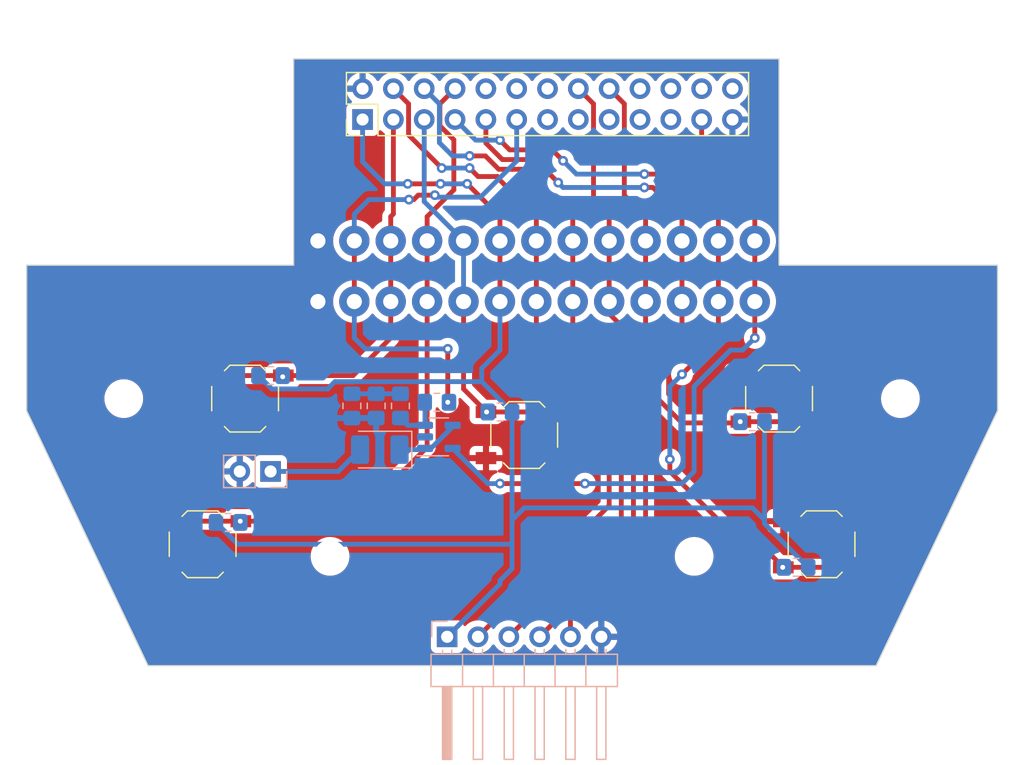
<source format=kicad_pcb>
(kicad_pcb (version 20221018) (generator pcbnew)

  (general
    (thickness 1.6)
  )

  (paper "A4")
  (layers
    (0 "F.Cu" signal)
    (31 "B.Cu" signal)
    (32 "B.Adhes" user "B.Adhesive")
    (33 "F.Adhes" user "F.Adhesive")
    (34 "B.Paste" user)
    (35 "F.Paste" user)
    (36 "B.SilkS" user "B.Silkscreen")
    (37 "F.SilkS" user "F.Silkscreen")
    (38 "B.Mask" user)
    (39 "F.Mask" user)
    (40 "Dwgs.User" user "User.Drawings")
    (41 "Cmts.User" user "User.Comments")
    (42 "Eco1.User" user "User.Eco1")
    (43 "Eco2.User" user "User.Eco2")
    (44 "Edge.Cuts" user)
    (45 "Margin" user)
    (46 "B.CrtYd" user "B.Courtyard")
    (47 "F.CrtYd" user "F.Courtyard")
    (48 "B.Fab" user)
    (49 "F.Fab" user)
    (50 "User.1" user)
    (51 "User.2" user)
    (52 "User.3" user)
    (53 "User.4" user)
    (54 "User.5" user)
    (55 "User.6" user)
    (56 "User.7" user)
    (57 "User.8" user)
    (58 "User.9" user)
  )

  (setup
    (pad_to_mask_clearance 0)
    (pcbplotparams
      (layerselection 0x00010fc_ffffffff)
      (plot_on_all_layers_selection 0x0000000_00000000)
      (disableapertmacros false)
      (usegerberextensions false)
      (usegerberattributes true)
      (usegerberadvancedattributes true)
      (creategerberjobfile true)
      (dashed_line_dash_ratio 12.000000)
      (dashed_line_gap_ratio 3.000000)
      (svgprecision 4)
      (plotframeref false)
      (viasonmask false)
      (mode 1)
      (useauxorigin false)
      (hpglpennumber 1)
      (hpglpenspeed 20)
      (hpglpendiameter 15.000000)
      (dxfpolygonmode true)
      (dxfimperialunits true)
      (dxfusepcbnewfont true)
      (psnegative false)
      (psa4output false)
      (plotreference true)
      (plotvalue true)
      (plotinvisibletext false)
      (sketchpadsonfab false)
      (subtractmaskfromsilk false)
      (outputformat 1)
      (mirror false)
      (drillshape 1)
      (scaleselection 1)
      (outputdirectory "")
    )
  )

  (net 0 "")
  (net 1 "Net-(U1--)")
  (net 2 "Net-(C1-Pad2)")
  (net 3 "+3V3")
  (net 4 "GND")
  (net 5 "/SW_UP")
  (net 6 "/SW_RX")
  (net 7 "/SW_CENT")
  (net 8 "/SW_TX")
  (net 9 "/SW_BACK")
  (net 10 "/SW_DWN")
  (net 11 "/SW_MENU")
  (net 12 "unconnected-(J1-Pin_10-Pad10)")
  (net 13 "/SOUND")
  (net 14 "unconnected-(J1-Pin_12-Pad12)")
  (net 15 "unconnected-(J1-Pin_13-Pad13)")
  (net 16 "unconnected-(J1-Pin_14-Pad14)")
  (net 17 "unconnected-(J1-Pin_15-Pad15)")
  (net 18 "/SDA")
  (net 19 "unconnected-(J1-Pin_17-Pad17)")
  (net 20 "/SCL")
  (net 21 "unconnected-(J1-Pin_19-Pad19)")
  (net 22 "unconnected-(J1-Pin_20-Pad20)")
  (net 23 "VDD")
  (net 24 "unconnected-(J1-Pin_22-Pad22)")
  (net 25 "+BATT")
  (net 26 "unconnected-(J1-Pin_24-Pad24)")
  (net 27 "unconnected-(J1-Pin_26-Pad26)")
  (net 28 "Net-(U1-+)")
  (net 29 "Net-(R2-Pad2)")

  (footprint "Button_Switch_SMD:SW_SPST_TL3342" (layer "F.Cu") (at 117 50))

  (footprint "Button_Switch_SMD:SW_SPST_TL3342" (layer "F.Cu") (at 161 50))

  (footprint "MountingHole:MountingHole_2.7mm_M2.5" (layer "F.Cu") (at 171 50))

  (footprint "Button_Switch_SMD:SW_SPST_TL3342" (layer "F.Cu") (at 164.5 62))

  (footprint "Button_Switch_SMD:SW_SPST_TL3342" (layer "F.Cu") (at 113.5 62))

  (footprint "MountingHole:MountingHole_2.7mm_M2.5" (layer "F.Cu") (at 154 63))

  (footprint "MountingHole:MountingHole_2.7mm_M2.5" (layer "F.Cu") (at 107 50))

  (footprint "Button_Switch_SMD:SW_SPST_TL3342" (layer "F.Cu") (at 140 53))

  (footprint "MountingHole:MountingHole_2.7mm_M2.5" (layer "F.Cu") (at 124 63))

  (footprint "Connector_PinHeader_2.54mm:PinHeader_2x13_P2.54mm_Vertical" (layer "F.Cu") (at 126.68 27 90))

  (footprint "Resistor_SMD:R_0805_2012Metric_Pad1.20x1.40mm_HandSolder" (layer "B.Cu") (at 125.8 50.6 -90))

  (footprint "Resistor_SMD:R_0805_2012Metric_Pad1.20x1.40mm_HandSolder" (layer "B.Cu") (at 129.8 50.6 90))

  (footprint "Resistor_SMD:R_0805_2012Metric_Pad1.20x1.40mm_HandSolder" (layer "B.Cu") (at 132.8 50.3))

  (footprint "Resistor_SMD:R_0805_2012Metric_Pad1.20x1.40mm_HandSolder" (layer "B.Cu") (at 158.8 51.9 180))

  (footprint "Resistor_SMD:R_0805_2012Metric_Pad1.20x1.40mm_HandSolder" (layer "B.Cu") (at 115.6 60.2))

  (footprint "Connector_PinHeader_2.54mm:PinHeader_1x06_P2.54mm_Horizontal" (layer "B.Cu") (at 133.65 69.625 -90))

  (footprint "Resistor_SMD:R_0805_2012Metric_Pad1.20x1.40mm_HandSolder" (layer "B.Cu") (at 162.4 63.9 180))

  (footprint "Capacitor_Tantalum_SMD:CP_EIA-3528-21_Kemet-B_Pad1.50x2.35mm_HandSolder" (layer "B.Cu") (at 128.1 54.2 180))

  (footprint "Connector_PinHeader_2.54mm:PinHeader_1x02_P2.54mm_Vertical" (layer "B.Cu") (at 119.1 56 90))

  (footprint "Package_TO_SOT_SMD:SOT-23-5" (layer "B.Cu") (at 132.9625 53.15))

  (footprint "Resistor_SMD:R_0805_2012Metric_Pad1.20x1.40mm_HandSolder" (layer "B.Cu") (at 119.1 48.1))

  (footprint "Resistor_SMD:R_0805_2012Metric_Pad1.20x1.40mm_HandSolder" (layer "B.Cu") (at 127.8 50.6 -90))

  (footprint "Resistor_SMD:R_0805_2012Metric_Pad1.20x1.40mm_HandSolder" (layer "B.Cu") (at 138 51.1 180))

  (gr_line (start 179 51) (end 179 39)
    (stroke (width 0.1) (type default)) (layer "Edge.Cuts") (tstamp 3ab11f94-c66d-4e1b-8900-e57e746d415d))
  (gr_line (start 169 72) (end 179 51)
    (stroke (width 0.1) (type default)) (layer "Edge.Cuts") (tstamp 50c1214c-89b7-46ba-ba37-784279e44ccc))
  (gr_line (start 99 39) (end 99 51)
    (stroke (width 0.1) (type default)) (layer "Edge.Cuts") (tstamp 54e35376-6911-4a58-b2c2-61c52c522fa4))
  (gr_line (start 161 39) (end 161 22)
    (stroke (width 0.1) (type default)) (layer "Edge.Cuts") (tstamp 62d8e313-74d1-4f0a-acb4-8fecbce16ba4))
  (gr_line (start 179 39) (end 161 39)
    (stroke (width 0.1) (type default)) (layer "Edge.Cuts") (tstamp 7a99a5a4-f4db-4ddc-9300-6f7cf22da412))
  (gr_line (start 121 39) (end 99 39)
    (stroke (width 0.1) (type default)) (layer "Edge.Cuts") (tstamp 8d1c15cc-9b96-4d50-9177-809d93074306))
  (gr_line (start 169 72) (end 109 72)
    (stroke (width 0.1) (type default)) (layer "Edge.Cuts") (tstamp 9462621f-a21d-4a8d-8e6a-56fdc6fa84c3))
  (gr_line (start 161 22) (end 121 22)
    (stroke (width 0.1) (type default)) (layer "Edge.Cuts") (tstamp a71019fc-85ed-48ec-a32e-f2f402c3b622))
  (gr_line (start 121 22) (end 121 39)
    (stroke (width 0.1) (type default)) (layer "Edge.Cuts") (tstamp ad6dff55-9fe7-444b-a4f1-aa4fb8d388dc))
  (gr_line (start 99 51) (end 109 72)
    (stroke (width 0.1) (type default)) (layer "Edge.Cuts") (tstamp beddb733-5dac-4558-841e-915d9bb27a52))
  (gr_line (start 140 50) (end 140 62)
    (stroke (width 0.15) (type default)) (layer "User.1") (tstamp 31cae409-000d-4381-8530-b35a9307215a))
  (gr_line (start 113.5 62) (end 164.5 62)
    (stroke (width 0.15) (type default)) (layer "User.1") (tstamp 3911b93f-8269-43d2-b160-3e03a8231f76))
  (gr_line (start 117 50) (end 161 50)
    (stroke (width 0.15) (type default)) (layer "User.1") (tstamp 6adc4291-d370-4a89-800c-e582f2d4d101))
  (gr_line (start 140 50) (end 140 53)
    (stroke (width 0.15) (type default)) (layer "User.2") (tstamp 3abbe8bb-f10f-4d97-a7bb-1f5e35d8423d))
  (gr_line (start 140 53) (end 140 72)
    (stroke (width 0.15) (type default)) (layer "User.2") (tstamp de95a723-7b24-4635-8eb6-bb4f4f2c691f))

  (segment (start 134.1 52.315317) (end 132.315317 54.1) (width 0.4) (layer "B.Cu") (net 1) (tstamp 3c6e9d6d-dffb-4acd-94b9-68632de45146))
  (segment (start 134.1 52.2) (end 134.1 52.315317) (width 0.4) (layer "B.Cu") (net 1) (tstamp 74e8c437-c900-487e-8a71-e794f5568ba2))
  (segment (start 131.725 54.2) (end 131.825 54.1) (width 0.4) (layer "B.Cu") (net 1) (tstamp c80a7de9-0d55-4cba-bea5-a01d861ea7ff))
  (segment (start 129.725 54.2) (end 131.725 54.2) (width 0.4) (layer "B.Cu") (net 1) (tstamp de677f68-fec6-4631-a335-40ae76f7580f))
  (segment (start 132.315317 54.1) (end 131.825 54.1) (width 0.4) (layer "B.Cu") (net 1) (tstamp fec0675f-7449-4805-ab71-2e6de50cef05))
  (segment (start 124.675 56) (end 119.1 56) (width 0.4) (layer "B.Cu") (net 2) (tstamp 1b6e1734-71a6-4902-bb51-6321aea797b0))
  (segment (start 126.475 54.2) (end 124.675 56) (width 0.4) (layer "B.Cu") (net 2) (tstamp ded0c68d-eb8d-4984-bb16-abc0be50f9e2))
  (segment (start 131 32.3) (end 130.4 32.3) (width 0.4) (layer "F.Cu") (net 3) (tstamp a79e18d3-9318-4157-a664-9a09f269351e))
  (segment (start 133.1 32.3) (end 131 32.3) (width 0.4) (layer "F.Cu") (net 3) (tstamp aaf0eecc-3b2e-4e92-b1a2-b7ab8976f412))
  (segment (start 138 35) (end 135.3 32.3) (width 0.4) (layer "F.Cu") (net 3) (tstamp bc0d2351-8852-48d4-9160-6e176759571b))
  (segment (start 138 42) (end 138 35) (width 0.4) (layer "F.Cu") (net 3) (tstamp d7cfce05-d182-449d-96ee-3518d633755a))
  (via (at 138 42) (size 2.5) (drill 1.25) (layers "F.Cu" "B.Cu") (net 3) (tstamp 4d687cb0-5cb4-473a-86cd-7914eeb887a1))
  (via (at 135.3 32.3) (size 0.8) (drill 0.4) (layers "F.Cu" "B.Cu") (net 3) (tstamp 4e4a9e48-ac66-49cc-9099-008a2a718455))
  (via (at 133.1 32.3) (size 0.8) (drill 0.4) (layers "F.Cu" "B.Cu") (net 3) (tstamp 58ac8d5c-a8e0-4214-af0a-d6b0ab44bafe))
  (via (at 130.4 32.3) (size 0.8) (drill 0.4) (layers "F.Cu" "B.Cu") (net 3) (tstamp d28b1eba-329a-41ff-bde8-3b4e5bcb25c8))
  (via (at 138 37) (size 2.5) (drill 1.25) (layers "F.Cu" "B.Cu") (net 3) (tstamp e5d7bf20-c68a-4b29-91a9-a6072d8d3b2b))
  (segment (start 136.5 48.6) (end 139 51.1) (width 0.4) (layer "B.Cu") (net 3) (tstamp 1de3d100-67fa-466d-a52a-3ddb21e6ad28))
  (segment (start 159.8 60) (end 159.8 60.3) (width 0.4) (layer "B.Cu") (net 3) (tstamp 1e77e165-9882-44e7-9255-c3dc8b4f6fee))
  (segment (start 114.6 60.2) (end 116.4 62) (width 0.4) (layer "B.Cu") (net 3) (tstamp 1eb65e3b-77de-48ed-a2da-adc4cab23f3d))
  (segment (start 116.4 62) (end 139 62) (width 0.4) (layer "B.Cu") (net 3) (tstamp 233a1529-751f-4363-b84b-f6c0de614574))
  (segment (start 139 62) (end 139 60) (width 0.4) (layer "B.Cu") (net 3) (tstamp 2e65d2e1-dc40-4f82-80b2-1c948e3e634b))
  (segment (start 119.2 49.2) (end 123.8 49.2) (width 0.4) (layer "B.Cu") (net 3) (tstamp 2f0286c6-d88a-4557-9e43-b55d92b4e01a))
  (segment (start 128.5 32.3) (end 126.68 30.48) (width 0.4) (layer "B.Cu") (net 3) (tstamp 40318e38-a4e7-4184-a806-bcaa538d413f))
  (segment (start 140 59) (end 139 60) (width 0.4) (layer "B.Cu") (net 3) (tstamp 55050619-85a3-49f5-bf04-d658e0d49e04))
  (segment (start 133.65 69.625) (end 138 65.275) (width 0.4) (layer "B.Cu") (net 3) (tstamp 5761fe19-ad37-42ec-a5f2-f54bf157f52f))
  (segment (start 159.8 60.3) (end 163.4 63.9) (width 0.4) (layer "B.Cu") (net 3) (tstamp 5b0bcbee-df5c-4a92-9cd3-623624ab9994))
  (segment (start 126.68 30.48) (end 126.68 27) (width 0.4) (layer "B.Cu") (net 3) (tstamp 5fcbf0f0-4451-4616-a30d-f8ef80c8373f))
  (segment (start 133.9 32.3) (end 133.1 32.3) (width 0.4) (layer "B.Cu") (net 3) (tstamp 6517f915-941c-43da-8c2a-7f17bd182471))
  (segment (start 124.4 48.6) (end 136.5 48.6) (width 0.4) (layer "B.Cu") (net 3) (tstamp 67389c69-8dc9-4eea-b403-8f8c8ecfd0da))
  (segment (start 159.8 51.9) (end 159.8 60) (width 0.4) (layer "B.Cu") (net 3) (tstamp 6f68c70e-2e9b-4b1c-b4d8-99e1fe8a4c15))
  (segment (start 158.8 59) (end 140 59) (width 0.4) (layer "B.Cu") (net 3) (tstamp 6fc157a8-9415-47ce-be8d-61c19c5d8e5e))
  (segment (start 118.1 48.1) (end 119.2 49.2) (width 0.4) (layer "B.Cu") (net 3) (tstamp 71546de8-401c-4d65-ac52-88341345858c))
  (segment (start 138 65) (end 139 64) (width 0.4) (layer "B.Cu") (net 3) (tstamp 76fdbb79-3038-4e8e-a32f-5417b0c5d73f))
  (segment (start 135.3 32.3) (end 133.9 32.3) (width 0.4) (layer "B.Cu") (net 3) (tstamp 832ee3f0-b7bc-45ca-a5cc-ce4b9b868103))
  (segment (start 138 65.275) (end 138 65) (width 0.4) (layer "B.Cu") (net 3) (tstamp 8c1d3caa-ef09-40e6-b176-dda4e493b6ad))
  (segment (start 130.4 32.3) (end 128.5 32.3) (width 0.4) (layer "B.Cu") (net 3) (tstamp 9ae64855-bd91-4998-a0c7-d05585d9fb51))
  (segment (start 159.8 60) (end 158.8 59) (width 0.4) (layer "B.Cu") (net 3) (tstamp 9d826c17-1188-40a1-a5ce-8dfebf46cab0))
  (segment (start 136.5 47.5) (end 138 46) (width 0.4) (layer "B.Cu") (net 3) (tstamp a1bd6170-ced7-4dd4-81e1-96f1f6927c8c))
  (segment (start 123.8 49.2) (end 124.4 48.6) (width 0.4) (layer "B.Cu") (net 3) (tstamp bc0bda4e-db88-4010-88b9-21219faee96d))
  (segment (start 139 64) (end 139 62) (width 0.4) (layer "B.Cu") (net 3) (tstamp bfeae4ef-eb9b-40ad-81a2-0e9e8fc7fc1c))
  (segment (start 139 60) (end 139 51.1) (width 0.4) (layer "B.Cu") (net 3) (tstamp c797a977-7444-4b47-bed8-bc25309c4131))
  (segment (start 138 46) (end 138 42) (width 0.4) (layer "B.Cu") (net 3) (tstamp ca6daeb2-4d62-498a-9942-498e42dfb035))
  (segment (start 136.5 48.6) (end 136.5 47.5) (width 0.4) (layer "B.Cu") (net 3) (tstamp e87d5501-be94-46eb-91df-94e6d56891f7))
  (via (at 123 37) (size 2.5) (drill 1.25) (layers "F.Cu" "B.Cu") (free) (net 4) (tstamp 10c4968c-e6f9-4c21-b6a7-e03e9b1a5841))
  (via (at 123 42) (size 2.5) (drill 1.25) (layers "F.Cu" "B.Cu") (free) (net 4) (tstamp c9205b8e-c62a-4b8c-9ab3-0af4edab5738))
  (segment (start 120.15 48.1) (end 125.9 48.1) (width 0.4) (layer "F.Cu") (net 5) (tstamp 0f2769cb-95cd-48c5-859d-77c3f7d361f1))
  (segment (start 129.22 34.78) (end 129.22 27) (width 0.4) (layer "F.Cu") (net 5) (tstamp 518e397e-cc04-4994-b27f-3570a5d226d2))
  (segment (start 125.9 48.1) (end 129 45) (width 0.4) (layer "F.Cu") (net 5) (tstamp 78aff64b-a9c5-4e1d-8d84-20562fb95b6a))
  (segment (start 129 35) (end 129.22 34.78) (width 0.4) (layer "F.Cu") (net 5) (tstamp 8d297d28-5c9c-4c2e-954f-d5c95cca72b3))
  (segment (start 129 45) (end 129 42) (width 0.4) (layer "F.Cu") (net 5) (tstamp a61050a5-bdc8-48c2-987d-86b35a3f3084))
  (segment (start 120.1 48.2) (end 120 48.1) (width 0.4) (layer "F.Cu") (net 5) (tstamp c39b1310-30ca-495d-b15a-dfec526427bc))
  (segment (start 120 48.1) (end 113.85 48.1) (width 0.4) (layer "F.Cu") (net 5) (tstamp f1803cc1-4156-4599-949f-395db83486c2))
  (segment (start 129 42) (end 129 35) (width 0.4) (layer "F.Cu") (net 5) (tstamp f1b2f915-b762-4e5d-8380-82d513825cbc))
  (via (at 129 37) (size 2.5) (drill 1.25) (layers "F.Cu" "B.Cu") (net 5) (tstamp 6539c1c7-a12e-4529-a641-3821ae598258))
  (via (at 120.1 48.2) (size 0.8) (drill 0.4) (layers "F.Cu" "B.Cu") (net 5) (tstamp d1814d49-5e61-4c20-bd61-ae2aef0e1f57))
  (via (at 129 42) (size 2.5) (drill 1.25) (layers "F.Cu" "B.Cu") (net 5) (tstamp e366fee8-0504-41cf-ae43-fc16ec467bd8))
  (segment (start 145 47) (end 144 47) (width 0.4) (layer "F.Cu") (net 6) (tstamp 06158321-cff2-4cf4-a1ae-f52ad6ab7d27))
  (segment (start 137.8 31.8) (end 137.8 31.7) (width 0.4) (layer "F.Cu") (net 6) (tstamp 11633b95-f704-492b-9f22-48ac0d60dfe4))
  (segment (start 130.47 25.71) (end 129.22 24.46) (width 0.4) (layer "F.Cu") (net 6) (tstamp 13605a87-325e-408e-a623-40d46c8ce555))
  (segment (start 147 49) (end 145 47) (width 0.4) (layer "F.Cu") (net 6) (tstamp 31da9ffe-0a71-4ae1-8240-5c1b152d8379))
  (segment (start 144 47) (end 141 44) (width 0.4) (layer "F.Cu") (net 6) (tstamp 45b811a1-642b-4499-b57d-ae05757eca64))
  (segment (start 141 35) (end 137.8 31.8) (width 0.4) (layer "F.Cu") (net 6) (tstamp 4670a0a6-6ab2-4752-990a-4eb277e34133))
  (segment (start 136.2 31.7) (end 135.5 31) (width 0.4) (layer "F.Cu") (net 6) (tstamp 60773c0b-8130-4810-b441-0f31be7b7af4))
  (segment (start 141 44) (end 141 42) (width 0.4) (layer "F.Cu") (net 6) (tstamp 63e9a458-89da-46b5-95bb-b128ebb05279))
  (segment (start 133.2 31) (end 130.47 28.27) (width 0.4) (layer "F.Cu") (net 6) (tstamp 6a13b288-a2b4-46d8-a045-6c3b62a511ae))
  (segment (start 147 58.815) (end 147 49) (width 0.4) (layer "F.Cu") (net 6) (tstamp 77387fae-2a33-4614-8551-b638756d50b8))
  (segment (start 130.47 28.27) (end 130.47 25.71) (width 0.4) (layer "F.Cu") (net 6) (tstamp a56e1b5b-e4e8-48cb-b0d0-e478689985db))
  (segment (start 136.19 69.625) (end 147 58.815) (width 0.4) (layer "F.Cu") (net 6) (tstamp aa6f2a73-a035-47e9-a0c7-3625c2f456cd))
  (segment (start 141 42) (end 141 35) (width 0.4) (layer "F.Cu") (net 6) (tstamp dd768b18-3c4c-4e9f-8d0d-8e423cc0373b))
  (segment (start 137.8 31.7) (end 136.2 31.7) (width 0.4) (layer "F.Cu") (net 6) (tstamp e02d31ca-4425-4ee2-9cae-a968bef4f32b))
  (via (at 135.5 31) (size 0.8) (drill 0.4) (layers "F.Cu" "B.Cu") (net 6) (tstamp 0ec88793-b1b3-452c-84df-2209f3c68ba7))
  (via (at 141 42) (size 2.5) (drill 1.25) (layers "F.Cu" "B.Cu") (net 6) (tstamp b44b7e2c-7679-49dd-a20c-142061f2a804))
  (via (at 141 37) (size 2.5) (drill 1.25) (layers "F.Cu" "B.Cu") (net 6) (tstamp ecaf409e-241a-4daf-bcd5-914deb768db4))
  (via (at 133.2 31) (size 0.8) (drill 0.4) (layers "F.Cu" "B.Cu") (net 6) (tstamp ee88618b-c9b4-4f8e-bc4d-cf7c4585849f))
  (segment (start 135.5 31) (end 133.9 31) (width 0.4) (layer "B.Cu") (net 6) (tstamp 30f76186-14ff-4469-bbaa-fa734ca9c04a))
  (segment (start 133.9 31) (end 133.2 31) (width 0.4) (layer "B.Cu") (net 6) (tstamp 61ccc674-3916-4c68-aadd-bed2f8e1a2e1))
  (segment (start 136.9 51.1) (end 135 49.2) (width 0.4) (layer "F.Cu") (net 7) (tstamp 0068bbe8-4807-4b61-9895-e9bb243cff0e))
  (segment (start 143.15 51.1) (end 136.85 51.1) (width 0.4) (layer "F.Cu") (net 7) (tstamp 18ded2da-2307-480f-bcc9-3f9902573214))
  (segment (start 135 49.2) (end 135 42) (width 0.4) (layer "F.Cu") (net 7) (tstamp 551cfedc-1d56-4fcc-82f6-eaa410482e88))
  (via (at 135 37) (size 2.5) (drill 1.25) (layers "F.Cu" "B.Cu") (net 7) (tstamp a411ca35-146f-4e3f-9f25-fba5a0ce108e))
  (via (at 136.9 51.1) (size 0.8) (drill 0.4) (layers "F.Cu" "B.Cu") (net 7) (tstamp c676a12e-91df-45de-906d-604cc1b5d639))
  (via (at 135 42) (size 2.5) (drill 1.25) (layers "F.Cu" "B.Cu") (net 7) (tstamp d484c163-f099-4fa5-8aec-7a3b7e220bb1))
  (segment (start 135 37) (end 131.76 33.76) (width 0.4) (layer "B.Cu") (net 7) (tstamp 257954ab-759d-475c-9dd8-c52cca112121))
  (segment (start 131.76 33.76) (end 131.76 27) (width 0.4) (layer "B.Cu") (net 7) (tstamp 8777fdaa-3edb-489b-876f-c8d223d22ba6))
  (segment (start 135 42) (end 135 37) (width 0.4) (layer "B.Cu") (net 7) (tstamp f0aa3fb3-ef99-434a-b6b3-0b5ac02a73ed))
  (segment (start 148 60.355) (end 148 47) (width 0.4) (layer "F.Cu") (net 8) (tstamp 10d2dbd4-6f51-48c3-abee-3d9b70b94878))
  (segment (start 137.9 31.1) (end 137.1 30.3) (width 0.4) (layer "F.Cu") (net 8) (tstamp 360a326f-adee-4fe1-b16c-67e4a6933c56))
  (segment (start 147 46) (end 145 46) (width 0.4) (layer "F.Cu") (net 8) (tstamp 36a5be06-5c64-4261-a8f3-1b6dd3992fa0))
  (segment (start 137.1 30.3) (end 136.8 30) (width 0.4) (layer "F.Cu") (net 8) (tstamp 5578fb2e-8a2e-4513-b9a1-a6a8173b0485))
  (segment (start 138.73 69.625) (end 148 60.355) (width 0.4) (layer "F.Cu") (net 8) (tstamp 9b935ec7-30ba-4eb3-b26c-fcec048ec8d5))
  (segment (start 148 47) (end 147 46) (width 0.4) (layer "F.Cu") (net 8) (tstamp bb0b7f0d-589e-41f0-8e7e-795fdc45d1fd))
  (segment (start 144 35) (end 140.1 31.1) (width 0.4) (layer "F.Cu") (net 8) (tstamp bba65c7f-f1b3-4712-b021-7be55097fe6a))
  (segment (start 145 46) (end 144 45) (width 0.4) (layer "F.Cu") (net 8) (tstamp bd2d5d65-833a-4ab7-83af-b97845a03f6c))
  (segment (start 139 31.1) (end 137.9 31.1) (width 0.4) (layer "F.Cu") (net 8) (tstamp bee6cdda-9446-4fe1-9b66-8b334a1ac6a2))
  (segment (start 136.8 30) (end 135.5 30) (width 0.4) (layer "F.Cu") (net 8) (tstamp ce8d040d-6393-4c5f-9f42-1c14cd0c73f1))
  (segment (start 144 42) (end 144 35) (width 0.4) (layer "F.Cu") (net 8) (tstamp e3074e19-e2e7-435f-8b3f-75897bacdb09))
  (segment (start 144 45) (end 144 42) (width 0.4) (layer "F.Cu") (net 8) (tstamp f0693b31-a68c-4e64-9b81-cb80c2494aa9))
  (segment (start 140.1 31.1) (end 139 31.1) (width 0.4) (layer "F.Cu") (net 8) (tstamp f911b9d4-5fd9-4f7e-bc46-71349235b803))
  (via (at 144 37) (size 2.5) (drill 1.25) (layers "F.Cu" "B.Cu") (net 8) (tstamp 1ae000c8-7c48-4a36-9059-0f4c9855e6e1))
  (via (at 135.5 30) (size 0.8) (drill 0.4) (layers "F.Cu" "B.Cu") (net 8) (tstamp 2de304b4-4f7f-473c-ac9c-ec7199577b07))
  (via (at 144 42) (size 2.5) (drill 1.25) (layers "F.Cu" "B.Cu") (net 8) (tstamp 9988ed42-dd94-4ab0-baa4-b9f1f4d2464f))
  (segment (start 133.01 25.71) (end 131.76 24.46) (width 0.4) (layer "B.Cu") (net 8) (tstamp 34af6883-0273-4d7d-abe0-4f933d3eb666))
  (segment (start 134.1 30) (end 133.01 28.91) (width 0.4) (layer "B.Cu") (net 8) (tstamp 3a7937f7-ba5d-49d4-8150-d4767feca8ef))
  (segment (start 133.01 28.91) (end 133.01 25.71) (width 0.4) (layer "B.Cu") (net 8) (tstamp 8133e655-f5a5-49c6-96e1-d11a95916837))
  (segment (start 135.5 30) (end 134.1 30) (width 0.4) (layer "B.Cu") (net 8) (tstamp ea5c68eb-35f0-4a22-bdda-3bc1066d01b2))
  (segment (start 156 45) (end 156 42) (width 0.4) (layer "F.Cu") (net 9) (tstamp 0b355c84-4d2b-4ced-adbc-fec871dbba20))
  (segment (start 143.2 30.4) (end 142.3 29.5) (width 0.4) (layer "F.Cu") (net 9) (tstamp 0fc49d44-cfd6-438d-9428-23688e56aab8))
  (segment (start 152 56) (end 152 55) (width 0.4) (layer "F.Cu") (net 9) (tstamp 19e369c7-5b0b-4128-8362-997edded9635))
  (segment (start 158.45 61) (end 157 61) (width 0.4) (layer "F.Cu") (net 9) (tstamp 1ec05ba5-e93b-431d-b5fb-b3946ebc0585))
  (segment (start 153 48) (end 156 45) (width 0.4) (layer "F.Cu") (net 9) (tstamp 3a974b0b-fe32-4cfc-abb6-1af9602cd860))
  (segment (start 157 61) (end 152 56) (width 0.4) (layer "F.Cu") (net 9) (tstamp 6a813e51-04f9-42ae-bdf0-eda10fd147fc))
  (segment (start 152.5 31.5) (end 149.9 31.5) (width 0.4) (layer "F.Cu") (net 9) (tstamp 7116a01e-2f8d-4818-a491-6ddb6795aea2))
  (segment (start 156 42) (end 156 35) (width 0.4) (layer "F.Cu") (net 9) (tstamp 73b87b0c-f607-46dc-89c3-106c866b34ec))
  (segment (start 161.35 63.9) (end 167.65 63.9) (width 0.4) (layer "F.Cu") (net 9) (tstamp 864065bf-86df-4097-a913-4b9ee47c2434))
  (segment (start 138.8 29.5) (end 138 28.7) (width 0.4) (layer "F.Cu") (net 9) (tstamp cda460ac-c955-452c-853f-f711776dfe6d))
  (segment (start 161.35 63.9) (end 158.45 61) (width 0.4) (layer "F.Cu") (net 9) (tstamp d0d7fd66-8103-4d11-a4aa-c628e377a79b))
  (segment (start 142.3 29.5) (end 139.6 29.5) (width 0.4) (layer "F.Cu") (net 9) (tstamp e14309b6-e66a-4052-9015-24741b48b24a))
  (segment (start 156 35) (end 152.5 31.5) (width 0.4) (layer "F.Cu") (net 9) (tstamp fe1904cc-1266-4e08-a75e-90fd454d290f))
  (segment (start 139.6 29.5) (end 138.8 29.5) (width 0.4) (layer "F.Cu") (net 9) (tstamp fe9ac770-0cd0-4592-b9ec-686925f1cd4c))
  (via (at 156 37) (size 2.5) (drill 1.25) (layers "F.Cu" "B.Cu") (net 9) (tstamp 0e0cce0d-37dc-42e0-ac14-480d473e0514))
  (via (at 138 28.7) (size 0.8) (drill 0.4) (layers "F.Cu" "B.Cu") (net 9) (tstamp 1c816306-4e5a-4ec9-8d64-57b6fd8021e9))
  (via (at 161.3 63.9) (size 0.8) (drill 0.4) (layers "F.Cu" "B.Cu") (net 9) (tstamp 4c32ca92-e295-46a3-8bda-27f08edeb37a))
  (via (at 143.2 30.4) (size 0.8) (drill 0.4) (layers "F.Cu" "B.Cu") (net 9) (tstamp 5659626a-4f88-4ce8-abee-6db0186ed15a))
  (via (at 156 42) (size 2.5) (drill 1.25) (layers "F.Cu" "B.Cu") (net 9) (tstamp 7c0f8b61-306c-4e8a-a937-9ea6434c8e2a))
  (via (at 149.9 31.5) (size 0.8) (drill 0.4) (layers "F.Cu" "B.Cu") (net 9) (tstamp 7ddc19a1-dbca-4d60-a323-3a16368e765d))
  (via (at 152 55) (size 0.8) (drill 0.4) (layers "F.Cu" "B.Cu") (net 9) (tstamp 9a4d8328-0df3-4f26-966d-10912972a2db))
  (via (at 153 48) (size 0.8) (drill 0.4) (layers "F.Cu" "B.Cu") (net 9) (tstamp 9dc5a66a-0572-40db-be5e-30b45751603e))
  (segment (start 143.7 30.9) (end 143.2 30.4) (width 0.4) (layer "B.Cu") (net 9) (tstamp 247e9827-a3d4-444a-acc5-b1b8aeb36baf))
  (segment (start 149.9 31.5) (end 144.3 31.5) (width 0.4) (layer "B.Cu") (net 9) (tstamp 2ed74e25-0de6-417b-abbe-33d675c61a73))
  (segment (start 152 49) (end 153 48) (width 0.4) (layer "B.Cu") (net 9) (tstamp 3fda0ad1-9962-4b97-a994-2109a90996e3))
  (segment (start 136 28.7) (end 134.3 27) (width 0.4) (layer "B.Cu") (net 9) (tstamp 47520e45-3195-4047-ba7d-0da4aece6524))
  (segment (start 152 55) (end 152 49) (width 0.4) (layer "B.Cu") (net 9) (tstamp 76d84e34-ec4d-4034-9ad6-f5d526063a8f))
  (segment (start 144.3 31.5) (end 143.7 30.9) (width 0.4) (layer "B.Cu") (net 9) (tstamp 78e93be4-7d3f-42fb-8e85-325956d356a0))
  (segment (start 138 28.7) (end 136 28.7) (width 0.4) (layer "B.Cu") (net 9) (tstamp b2cc103b-303a-41e8-abee-59f0d47e1dfc))
  (segment (start 121.9 60.1) (end 123 59) (width 0.4) (layer "F.Cu") (net 10) (tstamp 0103f93e-0550-46cf-8600-2c3ddd17f282))
  (segment (start 110.35 60.1) (end 116.65 60.1) (width 0.4) (layer "F.Cu") (net 10) (tstamp 0286d3e0-d1a0-41a6-bb2b-b505a8e62fa7))
  (segment (start 132 42) (end 132 35) (width 0.4) (layer "F.Cu") (net 10) (tstamp 0f6e69f2-2d9e-4b99-ab27-542aad3821a8))
  (segment (start 132 35) (end 134.2 32.8) (width 0.4) (layer "F.Cu") (net 10) (tstamp 1f36ce10-6007-47cc-9158-37572a007625))
  (segment (start 116.65 60.1) (end 121.9 60.1) (width 0.4) (layer "F.Cu") (net 10) (tstamp 5537066f-fc59-4cdb-8589-c5b2a72ec5f1))
  (segment (start 134.2 32.8) (end 134.2 28.667767) (width 0.4) (layer "F.Cu") (net 10) (tstamp 9488f6e2-cf03-4422-8f1d-7159f35f3c48))
  (segment (start 123 59) (end 127 59) (width 0.4) (layer "F.Cu") (net 10) (tstamp 9e36dded-9b5e-4800-a4d4-05c9440618f9))
  (segment (start 134.2 28.667767) (end 133.05 27.517767) (width 0.4) (layer "F.Cu") (net 10) (tstamp b0ea966a-0246-49ae-865e-3bd7e56ba45c))
  (segment (start 127 59) (end 132 54) (width 0.4) (layer "F.Cu") (net 10) (tstamp c6860830-e03c-4025-a81d-ad4c6f8dfecc))
  (segment (start 133.05 25.71) (end 134.3 24.46) (width 0.4) (layer "F.Cu") (net 10) (tstamp e6de6091-0efa-440b-b06a-69b398dbf028))
  (segment (start 132 54) (end 132 42) (width 0.4) (layer "F.Cu") (net 10) (tstamp e8b55b4e-ba1a-4858-b6b2-3cc0aaa6bcbf))
  (segment (start 133.05 27.517767) (end 133.05 25.71) (width 0.4) (layer "F.Cu") (net 10) (tstamp e9cdbaf2-baae-46f1-9555-39fdbe53ede7))
  (via (at 132 37) (size 2.5) (drill 1.25) (layers "F.Cu" "B.Cu") (net 10) (tstamp 27730bf5-66ad-4ac1-8da9-ae545894cf46))
  (via (at 132 42) (size 2.5) (drill 1.25) (layers "F.Cu" "B.Cu") (net 10) (tstamp 34a58f65-b514-409d-a2a4-ef10cd86d86b))
  (via (at 116.6 60.1) (size 0.8) (drill 0.4) (layers "F.Cu" "B.Cu") (net 10) (tstamp f19159f7-fe6e-4ce2-804a-0775c930af30))
  (segment (start 140.9 30.3) (end 138.2 30.3) (width 0.4) (layer "F.Cu") (net 11) (tstamp 00a2e51f-49d1-44f4-b9be-e730177c228e))
  (segment (start 153 35) (end 150.6 32.6) (width 0.4) (layer "F.Cu") (net 11) (tstamp 0a41bdf9-5bd3-4f44-8667-47d88c664fd1))
  (segment (start 136.84 28.94) (end 136.84 27) (width 0.4) (layer "F.Cu") (net 11) (tstamp 0bd51ccd-6dc1-45ad-88a1-bb12a11497a3))
  (segment (start 153 52) (end 151 50) (width 0.4) (layer "F.Cu") (net 11) (tstamp 0d2e47c8-94c0-455d-9e6b-565359d15f90))
  (segment (start 153 42) (end 153 35) (width 0.4) (layer "F.Cu") (net 11) (tstamp 14c2f019-730c-4f9d-af31-58958c5e1036))
  (segment (start 157.7 52) (end 153 52) (width 0.4) (layer "F.Cu") (net 11) (tstamp 1f6b1081-0917-42e7-a02f-a835cf3d0c52))
  (segment (start 153 44) (end 153 42) (width 0.4) (layer "F.Cu") (net 11) (tstamp 33a5e257-0573-4245-ab1c-be458dd2ff0e))
  (segment (start 142.8 32.2) (end 140.9 30.3) (width 0.4) (layer "F.Cu") (net 11) (tstamp 97fd5f32-f2a4-453c-86f9-2cdef086a1de))
  (segment (start 157.8 51.9) (end 157.7 52) (width 0.4) (layer "F.Cu") (net 11) (tstamp a4b3433c-5f23-41d2-964f-510b7d8937b4))
  (segment (start 151 46) (end 153 44) (width 0.4) (layer "F.Cu") (net 11) (tstamp bf05c566-3d72-439d-9dcf-1592c31ed069))
  (segment (start 150.6 32.6) (end 149.9 32.6) (width 0.4) (layer "F.Cu") (net 11) (tstamp c26224bd-2ca8-4fee-81a9-65c8802c58a5))
  (segment (start 138.2 30.3) (end 136.84 28.94) (width 0.4) (layer "F.Cu") (net 11) (tstamp cb314037-a33f-4174-a1c3-3cd20e9069be))
  (segment (start 157.85 51.9) (end 164.15 51.9) (width 0.4) (layer "F.Cu") (net 11) (tstamp e407141e-7fcc-404f-ac60-c2dafd72e7f9))
  (segment (start 151 50) (end 151 46) (width 0.4) (layer "F.Cu") (net 11) (tstamp e7e70aee-bcf5-4687-8dad-a3765b7a085f))
  (via (at 153 37) (size 2.5) (drill 1.25) (layers "F.Cu" "B.Cu") (net 11) (tstamp 0e020184-c9ef-43f4-8c63-c42e595e390d))
  (via (at 153 42) (size 2.5) (drill 1.25) (layers "F.Cu" "B.Cu") (net 11) (tstamp 10bb18dc-467c-42cc-aa09-c27ea85d6084))
  (via (at 142.8 32.2) (size 0.8) (drill 0.4) (layers "F.Cu" "B.Cu") (net 11) (tstamp 5e6e0c2f-5d5d-48b7-856b-0b0661d445dd))
  (via (at 157.8 51.9) (size 0.8) (drill 0.4) (layers "F.Cu" "B.Cu") (net 11) (tstamp a5127cec-8901-40d6-8fe1-ff6f1e1476cb))
  (via (at 149.9 32.6) (size 0.8) (drill 0.4) (layers "F.Cu" "B.Cu") (net 11) (tstamp d317da78-4bd9-41f6-84ca-e27bd6c777d1))
  (segment (start 143.2 32.6) (end 142.8 32.2) (width 0.4) (layer "B.Cu") (net 11) (tstamp 952824c5-d3c0-4083-ba62-3cb2459f4623))
  (segment (start 149.9 32.6) (end 144.7 32.6) (width 0.4) (layer "B.Cu") (net 11) (tstamp db84cbd6-d5b1-4429-ae0e-5f0ee5d4f85b))
  (segment (start 144.7 32.6) (end 143.2 32.6) (width 0.4) (layer "B.Cu") (net 11) (tstamp f5fa1b86-75ab-43eb-8192-a020b4fd0a5c))
  (segment (start 132.634668 33.234668) (end 131.265332 33.234668) (width 0.4) (layer "F.Cu") (net 13) (tstamp 91599bf8-b88d-45a3-8cae-27de2ad58c1e))
  (segment (start 131.2 33.3) (end 130.9 33.6) (width 0.4) (layer "F.Cu") (net 13) (tstamp a21602aa-83c3-45dd-9dae-c2974ff7e471))
  (segment (start 133.7 46.8) (end 133.7 45.9) (width 0.4) (layer "F.Cu") (net 13) (tstamp b2a85319-12c4-48da-98ff-6f6ca8d74a46))
  (segment (start 126 42) (end 126 37) (width 0.4) (layer "F.Cu") (net 13) (tstamp d0184562-7903-40b5-bb20-b860381a66c5))
  (segment (start 130.9 33.6) (end 130.5 33.6) (width 0.4) (layer "F.Cu") (net 13) (tstamp fb8f5200-0552-4b5f-8f5a-70b230228526))
  (segment (start 133.7 50.3) (end 133.7 46.8) (width 0.4) (layer "F.Cu") (net 13) (tstamp fca82de3-d0a6-43bd-a7d2-a982d67a870e))
  (segment (start 131.265332 33.234668) (end 131.2 33.3) (width 0.4) (layer "F.Cu") (net 13) (tstamp ff333e5d-04e2-4af4-9390-9a70c068c575))
  (via (at 126 37) (size 2.5) (drill 1.25) (layers "F.Cu" "B.Cu") (net 13) (tstamp 141266b7-ee8a-4180-ae5f-72e463aea967))
  (via (at 133.7 45.9) (size 0.8) (drill 0.4) (layers "F.Cu" "B.Cu") (net 13) (tstamp 37ac8f06-99f6-49a5-a266-5db3cbb1ac68))
  (via (at 133.7 50.3) (size 0.8) (drill 0.4) (layers "F.Cu" "B.Cu") (net 13) (tstamp 4cd752c7-32bb-4757-a440-c6cfe09ec466))
  (via (at 126 42) (size 2.5) (drill 1.25) (layers "F.Cu" "B.Cu") (net 13) (tstamp 84d818a9-4e9a-4cdd-a848-5bbace4bf559))
  (via (at 130.5 33.6) (size 0.8) (drill 0.4) (layers "F.Cu" "B.Cu") (net 13) (tstamp d9ef9925-8146-4198-ac0b-bfb2c873a2ae))
  (via (at 132.634668 33.234668) (size 0.8) (drill 0.4) (layers "F.Cu" "B.Cu") (net 13) (tstamp f4efe002-08df-45c8-926f-bdcc9774c460))
  (segment (start 126.9 45.9) (end 126 45) (width 0.4) (layer "B.Cu") (net 13) (tstamp 1009aa48-f53e-41a7-b7a1-1bc94bc4d32a))
  (segment (start 127.2 33.6) (end 126 34.8) (width 0.4) (layer "B.Cu") (net 13) (tstamp 353afa9e-8452-4b5f-9f29-888f8a1b35c9))
  (segment (start 126 45) (end 126 42) (width 0.4) (layer "B.Cu") (net 13) (tstamp 3d2868ae-e343-40a7-82b2-c773fe4fe21c))
  (segment (start 133.7 45.9) (end 126.9 45.9) (width 0.4) (layer "B.Cu") (net 13) (tstamp 8042fde9-fedf-45b4-9402-920e54a6c9a2))
  (segment (start 126 34.8) (end 126 37) (width 0.4) (layer "B.Cu") (net 13) (tstamp 98c80936-42e0-417a-a81b-d8214e55901f))
  (segment (start 136.4 33.4) (end 132.8 33.4) (width 0.4) (layer "B.Cu") (net 13) (tstamp ab57fa45-bf84-40d8-ad09-cb7ecf3e9cff))
  (segment (start 130.5 33.6) (end 127.2 33.6) (width 0.4) (layer "B.Cu") (net 13) (tstamp b2c7aee0-4ce3-4016-b642-7533459cd4f0))
  (segment (start 139.38 30.42) (end 136.4 33.4) (width 0.4) (layer "B.Cu") (net 13) (tstamp b5fddc9d-8bd9-42a9-bc9d-496873a9db42))
  (segment (start 139.38 27) (end 139.38 30.42) (width 0.4) (layer "B.Cu") (net 13) (tstamp b7d2a415-177f-43c0-8fc1-9bbc89ae6ce0))
  (segment (start 133.8 50.3) (end 133.7 50.3) (width 0.4) (layer "B.Cu") (net 13) (tstamp da2ac2bc-c35d-4a8b-b67f-6f99456595aa))
  (segment (start 132.8 33.4) (end 132.634668 33.234668) (width 0.4) (layer "B.Cu") (net 13) (tstamp e983d30b-3193-443d-8cf8-2d6aae6e2e9d))
  (segment (start 149 45) (end 147 43) (width 0.4) (layer "F.Cu") (net 18) (tstamp 371d8dd5-b348-41d7-a916-8f366351215e))
  (segment (start 145.71 25.71) (end 144.46 24.46) (width 0.4) (layer "F.Cu") (net 18) (tstamp 457b0be7-cc82-4926-a6b7-9bef2492dca4))
  (segment (start 147 42) (end 147 35) (width 0.4) (layer "F.Cu") (net 18) (tstamp 5dd63943-7074-40cd-90b1-c95674024d8c))
  (segment (start 141.27 69.625) (end 149 61.895) (width 0.4) (layer "F.Cu") (net 18) (tstamp 9894c3f7-f7f0-4b3d-acf6-7a69351ca9f4))
  (segment (start 145.71 33.71) (end 145.71 25.71) (width 0.4) (layer "F.Cu") (net 18) (tstamp af1eadc4-aa59-4037-a40f-bc024a0d62e5))
  (segment (start 149 61.895) (end 149 45) (width 0.4) (layer "F.Cu") (net 18) (tstamp d92229e9-5e89-43cb-96cc-89c6e610312b))
  (segment (start 147 43) (end 147 42) (width 0.4) (layer "F.Cu") (net 18) (tstamp da73217b-be0a-4c9f-bd5b-46b333f1e8e8))
  (segment (start 147 35) (end 145.71 33.71) (width 0.4) (layer "F.Cu") (net 18) (tstamp e71d7197-a8b2-4c74-8e51-38a93cbf62ac))
  (via (at 147 42) (size 2.5) (drill 1.25) (layers "F.Cu" "B.Cu") (net 18) (tstamp 41d3a06e-20cb-47dd-9d74-d2bc9a09ab1d))
  (via (at 147 37) (size 2.5) (drill 1.25) (layers "F.Cu" "B.Cu") (net 18) (tstamp 639c4fa2-1023-4940-983f-12ca6ad50885))
  (segment (start 143.81 69.625) (end 143.81 68.19) (width 0.4) (layer "F.Cu") (net 20) (tstamp 2b8991de-3efd-461e-b6e2-a335c4e4e74e))
  (segment (start 150 62) (end 150 42) (width 0.4) (layer "F.Cu") (net 20) (tstamp 868fde21-f43e-480a-97b4-2bf63c3eace6))
  (segment (start 150 35) (end 148.25 33.25) (width 0.4) (layer "F.Cu") (net 20) (tstamp 88bfd24b-6bc7-4563-a0b8-5a179de84f4a))
  (segment (start 143.81 68.19) (end 150 62) (width 0.4) (layer "F.Cu") (net 20) (tstamp b73cd1c3-94db-4a30-bb4a-ba876a5cf178))
  (segment (start 148.25 25.71) (end 147 24.46) (width 0.4) (layer "F.Cu") (net 20) (tstamp bb6a082d-0b88-4d76-9775-a306ee082c73))
  (segment (start 148.25 33.25) (end 148.25 25.71) (width 0.4) (layer "F.Cu") (net 20) (tstamp cb5c7b14-6760-442d-b9f3-62bb1303c180))
  (segment (start 150 42) (end 150 35) (width 0.4) (layer "F.Cu") (net 20) (tstamp fd129577-57a2-4faf-823b-2371423892cf))
  (via (at 150 42) (size 2.5) (drill 1.25) (layers "F.Cu" "B.Cu") (net 20) (tstamp 36a27c88-271d-4506-b24d-b63709d401f1))
  (via (at 150 37) (size 2.5) (drill 1.25) (layers "F.Cu" "B.Cu") (net 20) (tstamp b2e3069a-f224-4f58-a80e-3b3040d8f700))
  (segment (start 154.62 29.62) (end 159 34) (width 0.4) (layer "F.Cu") (net 25) (tstamp 02e5363a-1eae-42e6-beef-3e0afe683285))
  (segment (start 159 34) (end 159 45) (width 0.4) (layer "F.Cu") (net 25) (tstamp 371dfae7-25c9-4a4a-a698-90498ece3559))
  (segment (start 154.62 27) (end 154.62 29.62) (width 0.4) (layer "F.Cu") (net 25) (tstamp cb79d2bc-f1f6-4e1e-bf8e-3982443025e9))
  (segment (start 138 57) (end 142 57) (width 0.4) (layer "F.Cu") (net 25) (tstamp f443c6ee-7341-4f6f-b159-4129cb51a387))
  (segment (start 142 57) (end 145 57) (width 0.4) (layer "F.Cu") (net 25) (tstamp f8ad9754-f5f3-421d-9030-cef2de14b1ab))
  (via (at 159 37) (size 2.5) (drill 1.25) (layers "F.Cu" "B.Cu") (net 25) (tstamp 0f9480a3-4dfd-489c-bc4e-544452c7c1f8))
  (via (at 159 42) (size 2.5) (drill 1.25) (layers "F.Cu" "B.Cu") (net 25) (tstamp 7a4b65b4-be4b-40e7-821b-613f54d8c340))
  (via (at 138 57) (size 0.8) (drill 0.4) (layers "F.Cu" "B.Cu") (net 25) (tstamp 96bdc9f5-5bac-459e-add0-ec24f6e47d9f))
  (via (at 159 45) (size 0.8) (drill 0.4) (layers "F.Cu" "B.Cu") (net 25) (tstamp 9baee86e-a852-4004-9e38-eda7ac43e242))
  (via (at 145 57) (size 0.8) (drill 0.4) (layers "F.Cu" "B.Cu") (net 25) (tstamp d1d5f665-7810-46d8-9dda-848e567cfba9))
  (segment (start 154 49) (end 157 46) (width 0.4) (layer "B.Cu") (net 25) (tstamp 1766c2df-fbab-4b62-a458-0473f1e390d3))
  (segment (start 154 56) (end 154 49) (width 0.4) (layer "B.Cu") (net 25) (tstamp 45f43c15-81e6-4e92-b051-0da1bf74a152))
  (segment (start 137 57) (end 138 57) (width 0.4) (layer "B.Cu") (net 25) (tstamp 7297287c-3c23-43df-a644-7a61a6d51339))
  (segment (start 153 57) (end 154 56) (width 0.4) (layer "B.Cu") (net 25) (tstamp 7e74a6b0-84fd-451d-809d-2b2382a12544))
  (segment (start 158 46) (end 159 45) (width 0.4) (layer "B.Cu") (net 25) (tstamp 9d6dbfa2-2223-425c-8656-f02cd7ae3be0))
  (segment (start 134.1 54.1) (end 137 57) (width 0.4) (layer "B.Cu") (net 25) (tstamp b7de3b35-5e20-49a8-b75f-92cb997d1b9f))
  (segment (start 145 57) (end 153 57) (width 0.4) (layer "B.Cu") (net 25) (tstamp e44c9823-7ab1-493d-8b96-faf4e31f1b31))
  (segment (start 157 46) (end 158 46) (width 0.4) (layer "B.Cu") (net 25) (tstamp f991c29b-b858-49eb-926d-d30592c3ee6a))
  (segment (start 131.825 52.2) (end 131.825 50.325) (width 0.4) (layer "B.Cu") (net 28) (tstamp 21896d5f-94bf-456e-b604-9091704f7067))
  (segment (start 131.825 50.325) (end 131.8 50.3) (width 0.4) (layer "B.Cu") (net 28) (tstamp 25701367-6864-42ed-9867-16e94ba82fde))
  (segment (start 130.4 52.2) (end 129.8 51.6) (width 0.4) (layer "B.Cu") (net 28) (tstamp 2aa2bab1-938b-49d9-8333-47453e7a818c))
  (segment (start 131.825 52.2) (end 130.4 52.2) (width 0.4) (layer "B.Cu") (net 28) (tstamp ab53ae3b-f39c-4976-98af-def17798d618))
  (segment (start 129.8 49.6) (end 125.8 49.6) (width 0.4) (layer "B.Cu") (net 29) (tstamp 31ba9b3b-61f1-4624-a8e3-0de57fdefd2f))

  (zone (net 4) (net_name "GND") (layers "F&B.Cu") (tstamp 2eabf127-4e1c-456d-94d8-43ce9d8fc414) (hatch edge 0.5)
    (connect_pads (clearance 0.5))
    (min_thickness 0.25) (filled_areas_thickness no)
    (fill yes (thermal_gap 0.5) (thermal_bridge_width 0.5))
    (polygon
      (pts
        (xy 179 39)
        (xy 179 51)
        (xy 169 72)
        (xy 109 72)
        (xy 99 51)
        (xy 99 39)
        (xy 121 39)
        (xy 121 22)
        (xy 161 22)
        (xy 161 39)
      )
    )
    (filled_polygon
      (layer "F.Cu")
      (pts
        (xy 160.942539 22.020185)
        (xy 160.988294 22.072989)
        (xy 160.9995 22.1245)
        (xy 160.9995 36.943209)
        (xy 160.981848 37.003322)
        (xy 160.996755 37.030844)
        (xy 160.9995 37.05679)
        (xy 160.9995 38.975467)
        (xy 160.999416 38.975889)
        (xy 160.999459 39.000001)
        (xy 160.9995 39.000099)
        (xy 160.999616 39.000382)
        (xy 160.999618 39.000384)
        (xy 160.999808 39.000462)
        (xy 161 39.000541)
        (xy 161.000002 39.000539)
        (xy 161.024616 39.000524)
        (xy 161.024616 39.000528)
        (xy 161.02476 39.0005)
        (xy 178.8755 39.0005)
        (xy 178.942539 39.020185)
        (xy 178.988294 39.072989)
        (xy 178.9995 39.1245)
        (xy 178.9995 50.971868)
        (xy 178.987455 51.02518)
        (xy 172.407163 64.843793)
        (xy 169.514305 70.918797)
        (xy 169.033345 71.928812)
        (xy 168.98675 71.980876)
        (xy 168.92139 71.9995)
        (xy 109.078609 71.9995)
        (xy 109.01157 71.979815)
        (xy 108.966654 71.928812)
        (xy 108.512695 70.975499)
        (xy 105.619601 64.9)
        (xy 105.262458 64.15)
        (xy 109 64.15)
        (xy 109 64.447844)
        (xy 109.006401 64.507372)
        (xy 109.006403 64.507379)
        (xy 109.056645 64.642086)
        (xy 109.056649 64.642093)
        (xy 109.142809 64.757187)
        (xy 109.142812 64.75719)
        (xy 109.257906 64.84335)
        (xy 109.257913 64.843354)
        (xy 109.39262 64.893596)
        (xy 109.392627 64.893598)
        (xy 109.452155 64.899999)
        (xy 109.452172 64.9)
        (xy 110.1 64.9)
        (xy 110.1 64.15)
        (xy 110.6 64.15)
        (xy 110.6 64.9)
        (xy 111.247828 64.9)
        (xy 111.247844 64.899999)
        (xy 111.307372 64.893598)
        (xy 111.307379 64.893596)
        (xy 111.442086 64.843354)
        (xy 111.442093 64.84335)
        (xy 111.557187 64.75719)
        (xy 111.55719 64.757187)
        (xy 111.64335 64.642093)
        (xy 111.643354 64.642086)
        (xy 111.693596 64.507379)
        (xy 111.693598 64.507372)
        (xy 111.699999 64.447844)
        (xy 111.7 64.447827)
        (xy 111.7 64.15)
        (xy 115.3 64.15)
        (xy 115.3 64.447844)
        (xy 115.306401 64.507372)
        (xy 115.306403 64.507379)
        (xy 115.356645 64.642086)
        (xy 115.356649 64.642093)
        (xy 115.442809 64.757187)
        (xy 115.442812 64.75719)
        (xy 115.557906 64.84335)
        (xy 115.557913 64.843354)
        (xy 115.69262 64.893596)
        (xy 115.692627 64.893598)
        (xy 115.752155 64.899999)
        (xy 115.752172 64.9)
        (xy 116.4 64.9)
        (xy 116.4 64.15)
        (xy 116.9 64.15)
        (xy 116.9 64.9)
        (xy 117.547828 64.9)
        (xy 117.547844 64.899999)
        (xy 117.607372 64.893598)
        (xy 117.607379 64.893596)
        (xy 117.742086 64.843354)
        (xy 117.742093 64.84335)
        (xy 117.857187 64.75719)
        (xy 117.85719 64.757187)
        (xy 117.94335 64.642093)
        (xy 117.943354 64.642086)
        (xy 117.993596 64.507379)
        (xy 117.993598 64.507372)
        (xy 117.999999 64.447844)
        (xy 118 64.447827)
        (xy 118 64.15)
        (xy 116.9 64.15)
        (xy 116.4 64.15)
        (xy 115.3 64.15)
        (xy 111.7 64.15)
        (xy 110.6 64.15)
        (xy 110.1 64.15)
        (xy 109 64.15)
        (xy 105.262458 64.15)
        (xy 105.024363 63.65)
        (xy 109 63.65)
        (xy 110.1 63.65)
        (xy 110.1 62.9)
        (xy 110.6 62.9)
        (xy 110.6 63.65)
        (xy 111.7 63.65)
        (xy 115.3 63.65)
        (xy 116.4 63.65)
        (xy 116.4 62.9)
        (xy 116.9 62.9)
        (xy 116.9 63.65)
        (xy 118 63.65)
        (xy 118 63.352172)
        (xy 117.999999 63.352155)
        (xy 117.993598 63.292627)
        (xy 117.993596 63.29262)
        (xy 117.943354 63.157913)
        (xy 117.94335 63.157906)
        (xy 117.85719 63.042812)
        (xy 117.857187 63.042809)
        (xy 117.800002 63)
        (xy 122.394551 63)
        (xy 122.414317 63.251151)
        (xy 122.473126 63.49611)
        (xy 122.569533 63.728859)
        (xy 122.70116 63.943653)
        (xy 122.701161 63.943656)
        (xy 122.701164 63.943659)
        (xy 122.864776 64.135224)
        (xy 123.013066 64.261875)
        (xy 123.056343 64.298838)
        (xy 123.056346 64.298839)
        (xy 123.27114 64.430466)
        (xy 123.456809 64.507372)
        (xy 123.503889 64.526873)
        (xy 123.748852 64.585683)
        (xy 123.90495 64.597968)
        (xy 123.937116 64.6005)
        (xy 123.937118 64.6005)
        (xy 124.062884 64.6005)
        (xy 124.092518 64.598167)
        (xy 124.251148 64.585683)
        (xy 124.496111 64.526873)
        (xy 124.728859 64.430466)
        (xy 124.943659 64.298836)
        (xy 125.135224 64.135224)
        (xy 125.298836 63.943659)
        (xy 125.430466 63.728859)
        (xy 125.526873 63.496111)
        (xy 125.585683 63.251148)
        (xy 125.605449 63)
        (xy 125.585683 62.748852)
        (xy 125.526873 62.503889)
        (xy 125.511978 62.467929)
        (xy 125.430466 62.27114)
        (xy 125.298839 62.056346)
        (xy 125.298838 62.056343)
        (xy 125.232636 61.978831)
        (xy 125.135224 61.864776)
        (xy 124.947398 61.704357)
        (xy 124.943656 61.701161)
        (xy 124.943653 61.70116)
        (xy 124.728859 61.569533)
        (xy 124.49611 61.473126)
        (xy 124.25115 61.414317)
        (xy 124.062884 61.3995)
        (xy 124.062882 61.3995)
        (xy 123.937118 61.3995)
        (xy 123.937116 61.3995)
        (xy 123.748849 61.414317)
        (xy 123.503889 61.473126)
        (xy 123.27114 61.569533)
        (xy 123.056346 61.70116)
        (xy 123.056343 61.701161)
        (xy 122.864776 61.864776)
        (xy 122.701161 62.056343)
        (xy 122.70116 62.056346)
        (xy 122.569533 62.27114)
        (xy 122.473126 62.503889)
        (xy 122.414317 62.748848)
        (xy 122.394551 63)
        (xy 117.800002 63)
        (xy 117.742093 62.956649)
        (xy 117.742086 62.956645)
        (xy 117.607379 62.906403)
        (xy 117.607372 62.906401)
        (xy 117.547844 62.9)
        (xy 116.9 62.9)
        (xy 116.4 62.9)
        (xy 115.752155 62.9)
        (xy 115.692627 62.906401)
        (xy 115.69262 62.906403)
        (xy 115.557913 62.956645)
        (xy 115.557906 62.956649)
        (xy 115.442812 63.042809)
        (xy 115.442809 63.042812)
        (xy 115.356649 63.157906)
        (xy 115.356645 63.157913)
        (xy 115.306403 63.29262)
        (xy 115.306401 63.292627)
        (xy 115.3 63.352155)
        (xy 115.3 63.65)
        (xy 111.7 63.65)
        (xy 111.7 63.352172)
        (xy 111.699999 63.352155)
        (xy 111.693598 63.292627)
        (xy 111.693596 63.29262)
        (xy 111.643354 63.157913)
        (xy 111.64335 63.157906)
        (xy 111.55719 63.042812)
        (xy 111.557187 63.042809)
        (xy 111.442093 62.956649)
        (xy 111.442086 62.956645)
        (xy 111.307379 62.906403)
        (xy 111.307372 62.906401)
        (xy 111.247844 62.9)
        (xy 110.6 62.9)
        (xy 110.1 62.9)
        (xy 109.452155 62.9)
        (xy 109.392627 62.906401)
        (xy 109.39262 62.906403)
        (xy 109.257913 62.956645)
        (xy 109.257906 62.956649)
        (xy 109.142812 63.042809)
        (xy 109.142809 63.042812)
        (xy 109.056649 63.157906)
        (xy 109.056645 63.157913)
        (xy 109.006403 63.29262)
        (xy 109.006401 63.292627)
        (xy 109 63.352155)
        (xy 109 63.65)
        (xy 105.024363 63.65)
        (xy 103.594777 60.64787)
        (xy 108.9995 60.64787)
        (xy 108.999501 60.647876)
        (xy 109.005908 60.707483)
        (xy 109.056202 60.842328)
        (xy 109.056206 60.842335)
        (xy 109.142452 60.957544)
        (xy 109.142455 60.957547)
        (xy 109.257664 61.043793)
        (xy 109.257671 61.043797)
        (xy 109.392517 61.094091)
        (xy 109.392516 61.094091)
        (xy 109.399444 61.094835)
        (xy 109.452127 61.1005)
        (xy 111.247872 61.100499)
        (xy 111.307483 61.094091)
        (xy 111.442331 61.043796)
        (xy 111.557546 60.957546)
        (xy 111.637914 60.850188)
        (xy 111.693847 60.808318)
        (xy 111.73718 60.8005)
        (xy 115.26282 60.8005)
        (xy 115.329859 60.820185)
        (xy 115.362085 60.850187)
        (xy 115.442454 60.957546)
        (xy 115.488643 60.992123)
        (xy 115.557664 61.043793)
        (xy 115.557671 61.043797)
        (xy 115.692517 61.094091)
        (xy 115.692516 61.094091)
        (xy 115.699444 61.094835)
        (xy 115.752127 61.1005)
        (xy 117.547872 61.100499)
        (xy 117.607483 61.094091)
        (xy 117.742331 61.043796)
        (xy 117.857546 60.957546)
        (xy 117.937914 60.850188)
        (xy 117.993847 60.808318)
        (xy 118.03718 60.8005)
        (xy 121.876952 60.8005)
        (xy 121.880697 60.800613)
        (xy 121.888042 60.801057)
        (xy 121.942606 60.804358)
        (xy 121.980314 60.797447)
        (xy 122.003621 60.793177)
        (xy 122.007325 60.792613)
        (xy 122.02517 60.790446)
        (xy 122.068872 60.78514)
        (xy 122.078335 60.78155)
        (xy 122.099961 60.775522)
        (xy 122.100893 60.775351)
        (xy 122.109932 60.773695)
        (xy 122.166512 60.748229)
        (xy 122.169942 60.746809)
        (xy 122.22793 60.724818)
        (xy 122.236266 60.719062)
        (xy 122.255821 60.708034)
        (xy 122.265057 60.703878)
        (xy 122.313896 60.665613)
        (xy 122.316876 60.663421)
        (xy 122.367929 60.628183)
        (xy 122.409065 60.581748)
        (xy 122.411599 60.579056)
        (xy 123.253837 59.736819)
        (xy 123.315161 59.703334)
        (xy 123.341519 59.7005)
        (xy 126.976952 59.7005)
        (xy 126.980697 59.700613)
        (xy 126.988042 59.701057)
        (xy 127.042606 59.704358)
        (xy 127.080314 59.697447)
        (xy 127.103621 59.693177)
        (xy 127.107325 59.692613)
        (xy 127.12517 59.690446)
        (xy 127.168872 59.68514)
        (xy 127.178335 59.68155)
        (xy 127.199961 59.675522)
        (xy 127.200893 59.675351)
        (xy 127.209932 59.673695)
        (xy 127.266512 59.648229)
        (xy 127.269942 59.646809)
        (xy 127.32793 59.624818)
        (xy 127.336266 59.619062)
        (xy 127.355821 59.608034)
        (xy 127.365057 59.603878)
        (xy 127.413896 59.565613)
        (xy 127.416876 59.563421)
        (xy 127.467929 59.528183)
        (xy 127.509065 59.481748)
        (xy 127.511599 59.479056)
        (xy 129.990655 57)
        (xy 137.09454 57)
        (xy 137.114326 57.188256)
        (xy 137.114327 57.188259)
        (xy 137.172818 57.368277)
        (xy 137.172821 57.368284)
        (xy 137.267467 57.532216)
        (xy 137.394129 57.672888)
        (xy 137.547265 57.784148)
        (xy 137.54727 57.784151)
        (xy 137.720192 57.861142)
        (xy 137.720197 57.861144)
        (xy 137.905354 57.9005)
        (xy 137.905355 57.9005)
        (xy 138.094644 57.9005)
        (xy 138.094646 57.9005)
        (xy 138.279803 57.861144)
        (xy 138.45273 57.784151)
        (xy 138.46832 57.772823)
        (xy 138.535271 57.724182)
        (xy 138.601077 57.700702)
        (xy 138.608156 57.7005)
        (xy 141.957628 57.7005)
        (xy 144.391844 57.7005)
        (xy 144.458883 57.720185)
        (xy 144.464729 57.724182)
        (xy 144.547265 57.784148)
        (xy 144.54727 57.784151)
        (xy 144.720192 57.861142)
        (xy 144.720197 57.861144)
        (xy 144.905354 57.9005)
        (xy 144.905355 57.9005)
        (xy 145.094644 57.9005)
        (xy 145.094646 57.9005)
        (xy 145.279803 57.861144)
        (xy 145.45273 57.784151)
        (xy 145.605871 57.672888)
        (xy 145.732533 57.532216)
        (xy 145.827179 57.368284)
        (xy 145.885674 57.188256)
        (xy 145.90546 57)
        (xy 145.885674 56.811744)
        (xy 145.827179 56.631716)
        (xy 145.732533 56.467784)
        (xy 145.605871 56.327112)
        (xy 145.60587 56.327111)
        (xy 145.452734 56.215851)
        (xy 145.452729 56.215848)
        (xy 145.279807 56.138857)
        (xy 145.279802 56.138855)
        (xy 145.122695 56.105462)
        (xy 145.094646 56.0995)
        (xy 144.905354 56.0995)
        (xy 144.878523 56.105203)
        (xy 144.720197 56.138855)
        (xy 144.720192 56.138857)
        (xy 144.54727 56.215848)
        (xy 144.547265 56.215851)
        (xy 144.464729 56.275818)
        (xy 144.398923 56.299298)
        (xy 144.391844 56.2995)
        (xy 138.608156 56.2995)
        (xy 138.541117 56.279815)
        (xy 138.535271 56.275818)
        (xy 138.452734 56.215851)
        (xy 138.452729 56.215848)
        (xy 138.279807 56.138857)
        (xy 138.279802 56.138855)
        (xy 138.122695 56.105462)
        (xy 138.094646 56.0995)
        (xy 137.942619 56.0995)
        (xy 137.87558 56.079815)
        (xy 137.829825 56.027011)
        (xy 137.819881 55.957853)
        (xy 137.848906 55.894297)
        (xy 137.899286 55.859318)
        (xy 137.942086 55.843354)
        (xy 137.942093 55.84335)
        (xy 138.057187 55.75719)
        (xy 138.05719 55.757187)
        (xy 138.14335 55.642093)
        (xy 138.143354 55.642086)
        (xy 138.193596 55.507379)
        (xy 138.193598 55.507372)
        (xy 138.199999 55.447844)
        (xy 138.2 55.447827)
        (xy 138.2 55.15)
        (xy 141.8 55.15)
        (xy 141.8 55.447844)
        (xy 141.806401 55.507372)
        (xy 141.806403 55.507379)
        (xy 141.856645 55.642086)
        (xy 141.856649 55.642093)
        (xy 141.942809 55.757187)
        (xy 141.942812 55.75719)
        (xy 142.057906 55.84335)
        (xy 142.057913 55.843354)
        (xy 142.19262 55.893596)
        (xy 142.192627 55.893598)
        (xy 142.252155 55.899999)
        (xy 142.252172 55.9)
        (xy 142.9 55.9)
        (xy 142.9 55.15)
        (xy 143.4 55.15)
        (xy 143.4 55.9)
        (xy 144.047828 55.9)
        (xy 144.047844 55.899999)
        (xy 144.107372 55.893598)
        (xy 144.107379 55.893596)
        (xy 144.242086 55.843354)
        (xy 144.242093 55.84335)
        (xy 144.357187 55.75719)
        (xy 144.35719 55.757187)
        (xy 144.44335 55.642093)
        (xy 144.443354 55.642086)
        (xy 144.493596 55.507379)
        (xy 144.493598 55.507372)
        (xy 144.499999 55.447844)
        (xy 144.5 55.447827)
        (xy 144.5 55.15)
        (xy 143.4 55.15)
        (xy 142.9 55.15)
        (xy 141.8 55.15)
        (xy 138.2 55.15)
        (xy 137.1 55.15)
        (xy 137.1 55.9)
        (xy 137.673302 55.9)
        (xy 137.740341 55.919685)
        (xy 137.786096 55.972489)
        (xy 137.79604 56.041647)
        (xy 137.767015 56.105203)
        (xy 137.723738 56.137279)
        (xy 137.54727 56.215848)
        (xy 137.547265 56.215851)
        (xy 137.394129 56.327111)
        (xy 137.267466 56.467785)
        (xy 137.172821 56.631715)
        (xy 137.172818 56.631722)
        (xy 137.157919 56.677578)
        (xy 137.114326 56.811744)
        (xy 137.09454 57)
        (xy 129.990655 57)
        (xy 131.840655 55.15)
        (xy 135.5 55.15)
        (xy 135.5 55.447844)
        (xy 135.506401 55.507372)
        (xy 135.506403 55.507379)
        (xy 135.556645 55.642086)
        (xy 135.556649 55.642093)
        (xy 135.642809 55.757187)
        (xy 135.642812 55.75719)
        (xy 135.757906 55.84335)
        (xy 135.757913 55.843354)
        (xy 135.89262 55.893596)
        (xy 135.892627 55.893598)
        (xy 135.952155 55.899999)
        (xy 135.952172 55.9)
        (xy 136.6 55.9)
        (xy 136.6 55.15)
        (xy 135.5 55.15)
        (xy 131.840655 55.15)
        (xy 132.340655 54.65)
        (xy 135.5 54.65)
        (xy 136.6 54.65)
        (xy 136.6 53.9)
        (xy 137.1 53.9)
        (xy 137.1 54.65)
        (xy 138.2 54.65)
        (xy 141.8 54.65)
        (xy 142.9 54.65)
        (xy 142.9 53.9)
        (xy 143.4 53.9)
        (xy 143.4 54.65)
        (xy 144.5 54.65)
        (xy 144.5 54.352172)
        (xy 144.499999 54.352155)
        (xy 144.493598 54.292627)
        (xy 144.493596 54.29262)
        (xy 144.443354 54.157913)
        (xy 144.44335 54.157906)
        (xy 144.35719 54.042812)
        (xy 144.357187 54.042809)
        (xy 144.242093 53.956649)
        (xy 144.242086 53.956645)
        (xy 144.107379 53.906403)
        (xy 144.107372 53.906401)
        (xy 144.047844 53.9)
        (xy 143.4 53.9)
        (xy 142.9 53.9)
        (xy 142.252155 53.9)
        (xy 142.192627 53.906401)
        (xy 142.19262 53.906403)
        (xy 142.057913 53.956645)
        (xy 142.057906 53.956649)
        (xy 141.942812 54.042809)
        (xy 141.942809 54.042812)
        (xy 141.856649 54.157906)
        (xy 141.856645 54.157913)
        (xy 141.806403 54.29262)
        (xy 141.806401 54.292627)
        (xy 141.8 54.352155)
        (xy 141.8 54.65)
        (xy 138.2 54.65)
        (xy 138.2 54.352172)
        (xy 138.199999 54.352155)
        (xy 138.193598 54.292627)
        (xy 138.193596 54.29262)
        (xy 138.143354 54.157913)
        (xy 138.14335 54.157906)
        (xy 138.05719 54.042812)
        (xy 138.057187 54.042809)
        (xy 137.942093 53.956649)
        (xy 137.942086 53.956645)
        (xy 137.807379 53.906403)
        (xy 137.807372 53.906401)
        (xy 137.747844 53.9)
        (xy 137.1 53.9)
        (xy 136.6 53.9)
        (xy 135.952155 53.9)
        (xy 135.892627 53.906401)
        (xy 135.89262 53.906403)
        (xy 135.757913 53.956645)
        (xy 135.757906 53.956649)
        (xy 135.642812 54.042809)
        (xy 135.642809 54.042812)
        (xy 135.556649 54.157906)
        (xy 135.556645 54.157913)
        (xy 135.506403 54.29262)
        (xy 135.506401 54.292627)
        (xy 135.5 54.352155)
        (xy 135.5 54.65)
        (xy 132.340655 54.65)
        (xy 132.479056 54.511599)
        (xy 132.481748 54.509065)
        (xy 132.528183 54.467929)
        (xy 132.563417 54.416883)
        (xy 132.56562 54.413887)
        (xy 132.603878 54.365056)
        (xy 132.608037 54.355813)
        (xy 132.619061 54.336268)
        (xy 132.624818 54.32793)
        (xy 132.64681 54.269939)
        (xy 132.648232 54.266503)
        (xy 132.673695 54.209931)
        (xy 132.675522 54.199959)
        (xy 132.681546 54.178347)
        (xy 132.68514 54.168872)
        (xy 132.692613 54.107324)
        (xy 132.693177 54.103619)
        (xy 132.70432 54.042812)
        (xy 132.704358 54.042606)
        (xy 132.700612 53.980695)
        (xy 132.700499 53.97695)
        (xy 132.700499 50.832588)
        (xy 132.720184 50.765549)
        (xy 132.772988 50.719794)
        (xy 132.842146 50.70985)
        (xy 132.905702 50.738875)
        (xy 132.931886 50.770588)
        (xy 132.967467 50.832216)
        (xy 133.079504 50.956645)
        (xy 133.094129 50.972888)
        (xy 133.247265 51.084148)
        (xy 133.24727 51.084151)
        (xy 133.420192 51.161142)
        (xy 133.420197 51.161144)
        (xy 133.605354 51.2005)
        (xy 133.605355 51.2005)
        (xy 133.794644 51.2005)
        (xy 133.794646 51.2005)
        (xy 133.979803 51.161144)
        (xy 134.15273 51.084151)
        (xy 134.305871 50.972888)
        (xy 134.432533 50.832216)
        (xy 134.527179 50.668284)
        (xy 134.585674 50.488256)
        (xy 134.60546 50.3)
        (xy 134.585674 50.111744)
        (xy 134.583843 50.106111)
        (xy 134.581849 50.036271)
        (xy 134.617929 49.976438)
        (xy 134.68063 49.94561)
        (xy 134.750044 49.953574)
        (xy 134.789456 49.980113)
        (xy 135.463181 50.653838)
        (xy 135.496666 50.715161)
        (xy 135.4995 50.741519)
        (xy 135.4995 51.64787)
        (xy 135.499501 51.647876)
        (xy 135.505908 51.707483)
        (xy 135.556202 51.842328)
        (xy 135.556206 51.842335)
        (xy 135.642452 51.957544)
        (xy 135.642455 51.957547)
        (xy 135.757664 52.043793)
        (xy 135.757671 52.043797)
        (xy 135.892517 52.094091)
        (xy 135.892516 52.094091)
        (xy 135.899444 52.094835)
        (xy 135.952127 52.1005)
        (xy 137.747872 52.100499)
        (xy 137.807483 52.094091)
        (xy 137.942331 52.043796)
        (xy 138.057546 51.957546)
        (xy 138.137914 51.850188)
        (xy 138.193847 51.808318)
        (xy 138.23718 51.8005)
        (xy 141.76282 51.8005)
        (xy 141.829859 51.820185)
        (xy 141.862085 51.850187)
        (xy 141.942454 51.957546)
        (xy 141.988643 51.992123)
        (xy 142.057664 52.043793)
        (xy 142.057671 52.043797)
        (xy 142.192517 52.094091)
        (xy 142.192516 52.094091)
        (xy 142.199444 52.094835)
        (xy 142.252127 52.1005)
        (xy 144.047872 52.100499)
        (xy 144.107483 52.094091)
        (xy 144.242331 52.043796)
        (xy 144.357546 51.957546)
        (xy 144.443796 51.842331)
        (xy 144.494091 51.707483)
        (xy 144.5005 51.647873)
        (xy 144.500499 50.552128)
        (xy 144.494091 50.492517)
        (xy 144.443796 50.357669)
        (xy 144.443795 50.357668)
        (xy 144.443793 50.357664)
        (xy 144.357547 50.242455)
        (xy 144.357544 50.242452)
        (xy 144.242335 50.156206)
        (xy 144.242328 50.156202)
        (xy 144.107482 50.105908)
        (xy 144.107483 50.105908)
        (xy 144.047883 50.099501)
        (xy 144.047881 50.0995)
        (xy 144.047873 50.0995)
        (xy 144.047864 50.0995)
        (xy 142.252129 50.0995)
        (xy 142.252123 50.099501)
        (xy 142.192516 50.105908)
        (xy 142.057671 50.156202)
        (xy 142.057664 50.156206)
        (xy 141.942456 50.242452)
        (xy 141.942455 50.242453)
        (xy 141.942454 50.242454)
        (xy 141.862087 50.349811)
        (xy 141.806153 50.391682)
        (xy 141.76282 50.3995)
        (xy 138.23718 50.3995)
        (xy 138.170141 50.379815)
        (xy 138.137913 50.349811)
        (xy 138.057546 50.242454)
        (xy 138.034709 50.225358)
        (xy 137.942335 50.156206)
        (xy 137.942328 50.156202)
        (xy 137.807482 50.105908)
        (xy 137.807483 50.105908)
        (xy 137.747883 50.099501)
        (xy 137.747881 50.0995)
        (xy 137.747873 50.0995)
        (xy 137.747865 50.0995)
        (xy 136.941519 50.0995)
        (xy 136.87448 50.079815)
        (xy 136.853838 50.063181)
        (xy 135.736819 48.946162)
        (xy 135.703334 48.884839)
        (xy 135.7005 48.858481)
        (xy 135.7005 43.683478)
        (xy 135.720185 43.616439)
        (xy 135.770697 43.571758)
        (xy 135.877704 43.520228)
        (xy 136.094479 43.372433)
        (xy 136.286805 43.193981)
        (xy 136.403054 43.048209)
        (xy 136.460241 43.00807)
        (xy 136.530053 43.00522)
        (xy 136.590323 43.040565)
        (xy 136.59694 43.048202)
        (xy 136.68304 43.156168)
        (xy 136.713198 43.193985)
        (xy 136.79281 43.267853)
        (xy 136.905521 43.372433)
        (xy 137.122296 43.520228)
        (xy 137.122301 43.52023)
        (xy 137.122302 43.520231)
        (xy 137.122303 43.520232)
        (xy 137.212425 43.563632)
        (xy 137.358673 43.634061)
        (xy 137.358674 43.634061)
        (xy 137.358677 43.634063)
        (xy 137.609385 43.711396)
        (xy 137.868818 43.7505)
        (xy 138.131182 43.7505)
        (xy 138.390615 43.711396)
        (xy 138.641323 43.634063)
        (xy 138.877704 43.520228)
        (xy 139.094479 43.372433)
        (xy 139.286805 43.193981)
        (xy 139.403054 43.048209)
        (xy 139.460241 43.00807)
        (xy 139.530053 43.00522)
        (xy 139.590323 43.040565)
        (xy 139.59694 43.048202)
        (xy 139.68304 43.156168)
        (xy 139.713198 43.193985)
        (xy 139.79281 43.267853)
        (xy 139.905521 43.372433)
        (xy 140.122296 43.520228)
        (xy 140.229301 43.571758)
        (xy 140.281161 43.618579)
        (xy 140.2995 43.683478)
        (xy 140.2995 43.976951)
        (xy 140.299387 43.980696)
        (xy 140.295642 44.042603)
        (xy 140.295642 44.042605)
        (xy 140.306821 44.103612)
        (xy 140.307384 44.107313)
        (xy 140.314859 44.16887)
        (xy 140.31486 44.168874)
        (xy 140.318451 44.178343)
        (xy 140.324474 44.199946)
        (xy 140.326304 44.20993)
        (xy 140.351759 44.26649)
        (xy 140.353188 44.269937)
        (xy 140.375182 44.32793)
        (xy 140.375183 44.327931)
        (xy 140.380936 44.336266)
        (xy 140.391961 44.355813)
        (xy 140.39612 44.365055)
        (xy 140.396124 44.36506)
        (xy 140.434371 44.413878)
        (xy 140.436591 44.416896)
        (xy 140.471812 44.467924)
        (xy 140.471816 44.467928)
        (xy 140.471817 44.467929)
        (xy 140.51825 44.509064)
        (xy 140.520941 44.511598)
        (xy 143.488399 47.479056)
        (xy 143.490935 47.48175)
        (xy 143.532071 47.528183)
        (xy 143.58313 47.563427)
        (xy 143.586112 47.565621)
        (xy 143.634944 47.603878)
        (xy 143.634947 47.60388)
        (xy 143.634946 47.60388)
        (xy 143.644177 47.608034)
        (xy 143.663731 47.619062)
        (xy 143.672066 47.624816)
        (xy 143.672068 47.624816)
        (xy 143.67207 47.624818)
        (xy 143.730079 47.646817)
        (xy 143.733476 47.648224)
        (xy 143.78077 47.669509)
        (xy 143.790064 47.673693)
        (xy 143.790065 47.673693)
        (xy 143.790069 47.673695)
        (xy 143.800034 47.675521)
        (xy 143.821656 47.681548)
        (xy 143.824777 47.682731)
        (xy 143.831128 47.68514)
        (xy 143.876251 47.690618)
        (xy 143.892674 47.692613)
        (xy 143.896371 47.693175)
        (xy 143.957394 47.704358)
        (xy 144.012752 47.701009)
        (xy 144.019303 47.700613)
        (xy 144.023048 47.7005)
        (xy 144.658481 47.7005)
        (xy 144.72552 47.720185)
        (xy 144.746162 47.736819)
        (xy 146.263182 49.253839)
        (xy 146.296666 49.31516)
        (xy 146.2995 49.341518)
        (xy 146.2995 58.47348)
        (xy 146.279815 58.540519)
        (xy 146.263181 58.561161)
        (xy 136.561994 68.262347)
        (xy 136.500671 68.295832)
        (xy 136.442225 68.294442)
        (xy 136.42541 68.289937)
        (xy 136.190001 68.269341)
        (xy 136.189999 68.269341)
        (xy 135.954596 68.289936)
        (xy 135.954586 68.289938)
        (xy 135.726344 68.351094)
        (xy 135.726335 68.351098)
        (xy 135.512171 68.450964)
        (xy 135.512169 68.450965)
        (xy 135.3186 68.586503)
        (xy 135.196673 68.70843)
        (xy 135.13535 68.741914)
        (xy 135.065658 68.73693)
        (xy 135.009725 68.695058)
        (xy 134.99281 68.664081)
        (xy 134.943797 68.532671)
        (xy 134.943793 68.532664)
        (xy 134.857547 68.417455)
        (xy 134.857544 68.417452)
        (xy 134.742335 68.331206)
        (xy 134.742328 68.331202)
        (xy 134.607482 68.280908)
        (xy 134.607483 68.280908)
        (xy 134.547883 68.274501)
        (xy 134.547881 68.2745)
        (xy 134.547873 68.2745)
        (xy 134.547864 68.2745)
        (xy 132.752129 68.2745)
        (xy 132.752123 68.274501)
        (xy 132.692516 68.280908)
        (xy 132.557671 68.331202)
        (xy 132.557664 68.331206)
        (xy 132.442455 68.417452)
        (xy 132.442452 68.417455)
        (xy 132.356206 68.532664)
        (xy 132.356202 68.532671)
        (xy 132.305908 68.667517)
        (xy 132.299501 68.727116)
        (xy 132.2995 68.727135)
        (xy 132.2995 70.52287)
        (xy 132.299501 70.522876)
        (xy 132.305908 70.582483)
        (xy 132.356202 70.717328)
        (xy 132.356206 70.717335)
        (xy 132.442452 70.832544)
        (xy 132.442455 70.832547)
        (xy 132.557664 70.918793)
        (xy 132.557671 70.918797)
        (xy 132.692517 70.969091)
        (xy 132.692516 70.969091)
        (xy 132.699444 70.969835)
        (xy 132.752127 70.9755)
        (xy 134.547872 70.975499)
        (xy 134.607483 70.969091)
        (xy 134.742331 70.918796)
        (xy 134.857546 70.832546)
        (xy 134.943796 70.717331)
        (xy 134.99281 70.585916)
        (xy 135.034681 70.529984)
        (xy 135.100145 70.505566)
        (xy 135.168418 70.520417)
        (xy 135.196673 70.541568)
        (xy 135.318599 70.663495)
        (xy 135.415384 70.731265)
        (xy 135.512165 70.799032)
        (xy 135.512167 70.799033)
        (xy 135.51217 70.799035)
        (xy 135.726337 70.898903)
        (xy 135.954592 70.960063)
        (xy 136.131034 70.9755)
        (xy 136.189999 70.980659)
        (xy 136.19 70.980659)
        (xy 136.190001 70.980659)
        (xy 136.248966 70.9755)
        (xy 136.425408 70.960063)
        (xy 136.653663 70.898903)
        (xy 136.86783 70.799035)
        (xy 137.061401 70.663495)
        (xy 137.228495 70.496401)
        (xy 137.358424 70.310842)
        (xy 137.413002 70.267217)
        (xy 137.4825 70.260023)
        (xy 137.544855 70.291546)
        (xy 137.561575 70.310842)
        (xy 137.691281 70.496082)
        (xy 137.691505 70.496401)
        (xy 137.858599 70.663495)
        (xy 137.955384 70.731265)
        (xy 138.052165 70.799032)
        (xy 138.052167 70.799033)
        (xy 138.05217 70.799035)
        (xy 138.266337 70.898903)
        (xy 138.494592 70.960063)
        (xy 138.671034 70.9755)
        (xy 138.729999 70.980659)
        (xy 138.73 70.980659)
        (xy 138.730001 70.980659)
        (xy 138.788966 70.9755)
        (xy 138.965408 70.960063)
        (xy 139.193663 70.898903)
        (xy 139.40783 70.799035)
        (xy 139.601401 70.663495)
        (xy 139.768495 70.496401)
        (xy 139.898424 70.310842)
        (xy 139.953002 70.267217)
        (xy 140.0225 70.260023)
        (xy 140.084855 70.291546)
        (xy 140.101575 70.310842)
        (xy 140.231281 70.496082)
        (xy 140.231505 70.496401)
        (xy 140.398599 70.663495)
        (xy 140.495384 70.731265)
        (xy 140.592165 70.799032)
        (xy 140.592167 70.799033)
        (xy 140.59217 70.799035)
        (xy 140.806337 70.898903)
        (xy 141.034592 70.960063)
        (xy 141.211034 70.9755)
        (xy 141.269999 70.980659)
        (xy 141.27 70.980659)
        (xy 141.270001 70.980659)
        (xy 141.328966 70.9755)
        (xy 141.505408 70.960063)
        (xy 141.733663 70.898903)
        (xy 141.94783 70.799035)
        (xy 142.141401 70.663495)
        (xy 142.308495 70.496401)
        (xy 142.438424 70.310842)
        (xy 142.493002 70.267217)
        (xy 142.5625 70.260023)
        (xy 142.624855 70.291546)
        (xy 142.641575 70.310842)
        (xy 142.771281 70.496082)
        (xy 142.771505 70.496401)
        (xy 142.938599 70.663495)
        (xy 143.035384 70.731265)
        (xy 143.132165 70.799032)
        (xy 143.132167 70.799033)
        (xy 143.13217 70.799035)
        (xy 143.346337 70.898903)
        (xy 143.574592 70.960063)
        (xy 143.751034 70.9755)
        (xy 143.809999 70.980659)
        (xy 143.81 70.980659)
        (xy 143.810001 70.980659)
        (xy 143.868966 70.9755)
        (xy 144.045408 70.960063)
        (xy 144.273663 70.898903)
        (xy 144.48783 70.799035)
        (xy 144.681401 70.663495)
        (xy 144.848495 70.496401)
        (xy 144.97873 70.310405)
        (xy 145.033307 70.266781)
        (xy 145.102805 70.259587)
        (xy 145.16516 70.29111)
        (xy 145.181879 70.310405)
        (xy 145.31189 70.496078)
        (xy 145.478917 70.663105)
        (xy 145.672421 70.7986)
        (xy 145.886507 70.898429)
        (xy 145.886516 70.898433)
        (xy 146.1 70.955634)
        (xy 146.1 70.237301)
        (xy 146.119685 70.170262)
        (xy 146.172489 70.124507)
        (xy 146.241647 70.114563)
        (xy 146.314237 70.125)
        (xy 146.314238 70.125)
        (xy 146.385762 70.125)
        (xy 146.385763 70.125)
        (xy 146.458353 70.114563)
        (xy 146.527512 70.124507)
        (xy 146.580315 70.170262)
        (xy 146.6 70.237301)
        (xy 146.6 70.955633)
        (xy 146.813483 70.898433)
        (xy 146.813492 70.898429)
        (xy 147.027578 70.7986)
        (xy 147.221082 70.663105)
        (xy 147.388105 70.496082)
        (xy 147.5236 70.302578)
        (xy 147.623429 70.088492)
        (xy 147.623432 70.088486)
        (xy 147.680636 69.875)
        (xy 146.963347 69.875)
        (xy 146.896308 69.855315)
        (xy 146.850553 69.802511)
        (xy 146.840609 69.733353)
        (xy 146.844369 69.716067)
        (xy 146.85 69.696888)
        (xy 146.85 69.553111)
        (xy 146.844369 69.533933)
        (xy 146.84437 69.464064)
        (xy 146.882145 69.405286)
        (xy 146.945701 69.376262)
        (xy 146.963347 69.375)
        (xy 147.680636 69.375)
        (xy 147.680635 69.374999)
        (xy 147.623432 69.161513)
        (xy 147.623429 69.161507)
        (xy 147.5236 68.947422)
        (xy 147.523599 68.94742)
        (xy 147.388113 68.753926)
        (xy 147.388108 68.75392)
        (xy 147.221082 68.586894)
        (xy 147.027578 68.451399)
        (xy 146.813492 68.35157)
        (xy 146.813486 68.351567)
        (xy 146.6 68.294364)
        (xy 146.6 69.012698)
        (xy 146.580315 69.079737)
        (xy 146.527511 69.125492)
        (xy 146.458355 69.135436)
        (xy 146.385766 69.125)
        (xy 146.385763 69.125)
        (xy 146.314237 69.125)
        (xy 146.314233 69.125)
        (xy 146.241645 69.135436)
        (xy 146.172487 69.125492)
        (xy 146.119684 69.079736)
        (xy 146.1 69.012698)
        (xy 146.1 68.294364)
        (xy 146.099999 68.294364)
        (xy 145.886513 68.351567)
        (xy 145.886507 68.35157)
        (xy 145.672422 68.451399)
        (xy 145.67242 68.4514)
        (xy 145.478926 68.586886)
        (xy 145.47892 68.586891)
        (xy 145.311891 68.75392)
        (xy 145.31189 68.753922)
        (xy 145.18188 68.939595)
        (xy 145.127303 68.983219)
        (xy 145.057804 68.990412)
        (xy 144.99545 68.95889)
        (xy 144.97873 68.939594)
        (xy 144.848494 68.753597)
        (xy 144.681403 68.586506)
        (xy 144.666949 68.576386)
        (xy 144.639382 68.557083)
        (xy 144.595759 68.502508)
        (xy 144.588565 68.43301)
        (xy 144.620088 68.370655)
        (xy 144.622794 68.367861)
        (xy 149.990656 62.999999)
        (xy 152.394551 62.999999)
        (xy 152.414317 63.251151)
        (xy 152.473126 63.49611)
        (xy 152.569533 63.728859)
        (xy 152.70116 63.943653)
        (xy 152.701161 63.943656)
        (xy 152.701164 63.943659)
        (xy 152.864776 64.135224)
        (xy 153.013066 64.261875)
        (xy 153.056343 64.298838)
        (xy 153.056346 64.298839)
        (xy 153.27114 64.430466)
        (xy 153.456809 64.507372)
        (xy 153.503889 64.526873)
        (xy 153.748852 64.585683)
        (xy 153.90495 64.597968)
        (xy 153.937116 64.6005)
        (xy 153.937118 64.6005)
        (xy 154.062884 64.6005)
        (xy 154.092518 64.598167)
        (xy 154.251148 64.585683)
        (xy 154.496111 64.526873)
        (xy 154.728859 64.430466)
        (xy 154.943659 64.298836)
        (xy 155.135224 64.135224)
        (xy 155.298836 63.943659)
        (xy 155.430466 63.728859)
        (xy 155.526873 63.496111)
        (xy 155.585683 63.251148)
        (xy 155.605449 63)
        (xy 155.585683 62.748852)
        (xy 155.526873 62.503889)
        (xy 155.511978 62.467929)
        (xy 155.430466 62.27114)
        (xy 155.298839 62.056346)
        (xy 155.298838 62.056343)
        (xy 155.232636 61.978831)
        (xy 155.135224 61.864776)
        (xy 154.947398 61.704357)
        (xy 154.943656 61.701161)
        (xy 154.943653 61.70116)
        (xy 154.728859 61.569533)
        (xy 154.49611 61.473126)
        (xy 154.25115 61.414317)
        (xy 154.062884 61.3995)
        (xy 154.062882 61.3995)
        (xy 153.937118 61.3995)
        (xy 153.937116 61.3995)
        (xy 153.748849 61.414317)
        (xy 153.503889 61.473126)
        (xy 153.27114 61.569533)
        (xy 153.056346 61.70116)
        (xy 153.056343 61.701161)
        (xy 152.864776 61.864776)
        (xy 152.701161 62.056343)
        (xy 152.70116 62.056346)
        (xy 152.569533 62.27114)
        (xy 152.473126 62.503889)
        (xy 152.414317 62.748848)
        (xy 152.394551 62.999999)
        (xy 149.990656 62.999999)
        (xy 150.479056 62.511599)
        (xy 150.481748 62.509065)
        (xy 150.528183 62.467929)
        (xy 150.563421 62.416876)
        (xy 150.565613 62.413896)
        (xy 150.603878 62.365057)
        (xy 150.608034 62.355821)
        (xy 150.619062 62.336266)
        (xy 150.624818 62.32793)
        (xy 150.646812 62.269931)
        (xy 150.648227 62.266515)
        (xy 150.673695 62.209931)
        (xy 150.675522 62.199959)
        (xy 150.681546 62.178347)
        (xy 150.68514 62.168872)
        (xy 150.692613 62.107324)
        (xy 150.693177 62.103619)
        (xy 150.696535 62.085289)
        (xy 150.704358 62.042606)
        (xy 150.700613 61.980696)
        (xy 150.7005 61.976951)
        (xy 150.7005 55)
        (xy 151.09454 55)
        (xy 151.114326 55.188256)
        (xy 151.114327 55.188259)
        (xy 151.172818 55.368277)
        (xy 151.172821 55.368284)
        (xy 151.267466 55.532215)
        (xy 151.267648 55.532417)
        (xy 151.267716 55.532559)
        (xy 151.271285 55.537471)
        (xy 151.270386 55.538123)
        (xy 151.297879 55.595408)
        (xy 151.2995 55.615391)
        (xy 151.2995 55.976951)
        (xy 151.299387 55.980696)
        (xy 151.295642 56.042606)
        (xy 151.306821 56.103612)
        (xy 151.307384 56.107313)
        (xy 151.314859 56.16887)
        (xy 151.31486 56.168874)
        (xy 151.318451 56.178343)
        (xy 151.324474 56.199946)
        (xy 151.326304 56.20993)
        (xy 151.351759 56.26649)
        (xy 151.353189 56.269941)
        (xy 151.375182 56.32793)
        (xy 151.375183 56.327931)
        (xy 151.380936 56.336266)
        (xy 151.391961 56.355813)
        (xy 151.39612 56.365055)
        (xy 151.396124 56.36506)
        (xy 151.434371 56.413878)
        (xy 151.436591 56.416896)
        (xy 151.471812 56.467924)
        (xy 151.471816 56.467928)
        (xy 151.471817 56.467929)
        (xy 151.51825 56.509064)
        (xy 151.520941 56.511598)
        (xy 156.488399 61.479056)
        (xy 156.490935 61.48175)
        (xy 156.532071 61.528183)
        (xy 156.58313 61.563427)
        (xy 156.586112 61.565621)
        (xy 156.634944 61.603878)
        (xy 156.634947 61.60388)
        (xy 156.634946 61.60388)
        (xy 156.644177 61.608034)
        (xy 156.663731 61.619062)
        (xy 156.672066 61.624816)
        (xy 156.672068 61.624816)
        (xy 156.67207 61.624818)
        (xy 156.730079 61.646817)
        (xy 156.733476 61.648224)
        (xy 156.78077 61.669509)
        (xy 156.790064 61.673693)
        (xy 156.790065 61.673693)
        (xy 156.790069 61.673695)
        (xy 156.800034 61.675521)
        (xy 156.821656 61.681548)
        (xy 156.824777 61.682731)
        (xy 156.831128 61.68514)
        (xy 156.876251 61.690618)
        (xy 156.892674 61.692613)
        (xy 156.896371 61.693175)
        (xy 156.957394 61.704358)
        (xy 157.012752 61.701009)
        (xy 157.019303 61.700613)
        (xy 157.023048 61.7005)
        (xy 158.108481 61.7005)
        (xy 158.17552 61.720185)
        (xy 158.196162 61.736819)
        (xy 159.963181 63.503838)
        (xy 159.996666 63.565161)
        (xy 159.9995 63.591519)
        (xy 159.9995 64.44787)
        (xy 159.999501 64.447876)
        (xy 160.005908 64.507483)
        (xy 160.056202 64.642328)
        (xy 160.056206 64.642335)
        (xy 160.142452 64.757544)
        (xy 160.142455 64.757547)
        (xy 160.257664 64.843793)
        (xy 160.257671 64.843797)
        (xy 160.392517 64.894091)
        (xy 160.392516 64.894091)
        (xy 160.399444 64.894835)
        (xy 160.452127 64.9005)
        (xy 162.247872 64.900499)
        (xy 162.307483 64.894091)
        (xy 162.442331 64.843796)
        (xy 162.557546 64.757546)
        (xy 162.637914 64.650188)
        (xy 162.693847 64.608318)
        (xy 162.73718 64.6005)
        (xy 166.26282 64.6005)
        (xy 166.329859 64.620185)
        (xy 166.362085 64.650187)
        (xy 166.442454 64.757546)
        (xy 166.488643 64.792123)
        (xy 166.557664 64.843793)
        (xy 166.557671 64.843797)
        (xy 166.692517 64.894091)
        (xy 166.692516 64.894091)
        (xy 166.699444 64.894835)
        (xy 166.752127 64.9005)
        (xy 168.547872 64.900499)
        (xy 168.607483 64.894091)
        (xy 168.742331 64.843796)
        (xy 168.857546 64.757546)
        (xy 168.943796 64.642331)
        (xy 168.994091 64.507483)
        (xy 169.0005 64.447873)
        (xy 169.000499 63.352128)
        (xy 168.994091 63.292517)
        (xy 168.978662 63.251151)
        (xy 168.943797 63.157671)
        (xy 168.943793 63.157664)
        (xy 168.857547 63.042455)
        (xy 168.857544 63.042452)
        (xy 168.742335 62.956206)
        (xy 168.742328 62.956202)
        (xy 168.607482 62.905908)
        (xy 168.607483 62.905908)
        (xy 168.547883 62.899501)
        (xy 168.547881 62.8995)
        (xy 168.547873 62.8995)
        (xy 168.547864 62.8995)
        (xy 166.752129 62.8995)
        (xy 166.752123 62.899501)
        (xy 166.692516 62.905908)
        (xy 166.557671 62.956202)
        (xy 166.557664 62.956206)
        (xy 166.442456 63.042452)
        (xy 166.442455 63.042453)
        (xy 166.442454 63.042454)
        (xy 166.362087 63.149811)
        (xy 166.306153 63.191682)
        (xy 166.26282 63.1995)
        (xy 162.73718 63.1995)
        (xy 162.670141 63.179815)
        (xy 162.637913 63.149811)
        (xy 162.557546 63.042454)
        (xy 162.500834 62.999999)
        (xy 162.442335 62.956206)
        (xy 162.442328 62.956202)
        (xy 162.307482 62.905908)
        (xy 162.307483 62.905908)
        (xy 162.247883 62.899501)
        (xy 162.247881 62.8995)
        (xy 162.247873 62.8995)
        (xy 162.247865 62.8995)
        (xy 161.391519 62.8995)
        (xy 161.32448 62.879815)
        (xy 161.303838 62.863181)
        (xy 160.13327 61.692613)
        (xy 158.961598 60.520941)
        (xy 158.959064 60.51825)
        (xy 158.917929 60.471817)
        (xy 158.917928 60.471816)
        (xy 158.917924 60.471812)
        (xy 158.866896 60.436591)
        (xy 158.863887 60.434377)
        (xy 158.81506 60.396124)
        (xy 158.815055 60.39612)
        (xy 158.805813 60.391961)
        (xy 158.786266 60.380936)
        (xy 158.777931 60.375183)
        (xy 158.777932 60.375183)
        (xy 158.77793 60.375182)
        (xy 158.719941 60.353189)
        (xy 158.71649 60.351759)
        (xy 158.712582 60.35)
        (xy 160 60.35)
        (xy 160 60.647844)
        (xy 160.006401 60.707372)
        (xy 160.006403 60.707379)
        (xy 160.056645 60.842086)
        (xy 160.056649 60.842093)
        (xy 160.142809 60.957187)
        (xy 160.142812 60.95719)
        (xy 160.257906 61.04335)
        (xy 160.257913 61.043354)
        (xy 160.39262 61.093596)
        (xy 160.392627 61.093598)
        (xy 160.452155 61.099999)
        (xy 160.452172 61.1)
        (xy 161.1 61.1)
        (xy 161.1 60.35)
        (xy 161.6 60.35)
        (xy 161.6 61.1)
        (xy 162.247828 61.1)
        (xy 162.247844 61.099999)
        (xy 162.307372 61.093598)
        (xy 162.307379 61.093596)
        (xy 162.442086 61.043354)
        (xy 162.442093 61.04335)
        (xy 162.557187 60.95719)
        (xy 162.55719 60.957187)
        (xy 162.64335 60.842093)
        (xy 162.643354 60.842086)
        (xy 162.693596 60.707379)
        (xy 162.693598 60.707372)
        (xy 162.699999 60.647844)
        (xy 162.7 60.647827)
        (xy 162.7 60.35)
        (xy 166.3 60.35)
        (xy 166.3 60.647844)
        (xy 166.306401 60.707372)
        (xy 166.306403 60.707379)
        (xy 166.356645 60.842086)
        (xy 166.356649 60.842093)
        (xy 166.442809 60.957187)
        (xy 166.442812 60.95719)
        (xy 166.557906 61.04335)
        (xy 166.557913 61.043354)
        (xy 166.69262 61.093596)
        (xy 166.692627 61.093598)
        (xy 166.752155 61.099999)
        (xy 166.752172 61.1)
        (xy 167.4 61.1)
        (xy 167.4 60.35)
        (xy 167.9 60.35)
        (xy 167.9 61.1)
        (xy 168.547828 61.1)
        (xy 168.547844 61.099999)
        (xy 168.607372 61.093598)
        (xy 168.607379 61.093596)
        (xy 168.742086 61.043354)
        (xy 168.742093 61.04335)
        (xy 168.857187 60.95719)
        (xy 168.85719 60.957187)
        (xy 168.94335 60.842093)
        (xy 168.943354 60.842086)
        (xy 168.993596 60.707379)
        (xy 168.993598 60.707372)
        (xy 168.999999 60.647844)
        (xy 169 60.647827)
        (xy 169 60.35)
        (xy 167.9 60.35)
        (xy 167.4 60.35)
        (xy 166.3 60.35)
        (xy 162.7 60.35)
        (xy 161.6 60.35)
        (xy 161.1 60.35)
        (xy 160 60.35)
        (xy 158.712582 60.35)
        (xy 158.65993 60.326304)
        (xy 158.649946 60.324474)
        (xy 158.628343 60.318451)
        (xy 158.618874 60.31486)
        (xy 158.61887 60.314859)
        (xy 158.557313 60.307384)
        (xy 158.553612 60.306821)
        (xy 158.492608 60.295642)
        (xy 158.492603 60.295642)
        (xy 158.430697 60.299387)
        (xy 158.426952 60.2995)
        (xy 157.341519 60.2995)
        (xy 157.27448 60.279815)
        (xy 157.253838 60.263181)
        (xy 156.840657 59.85)
        (xy 160 59.85)
        (xy 161.1 59.85)
        (xy 161.1 59.1)
        (xy 161.6 59.1)
        (xy 161.6 59.85)
        (xy 162.7 59.85)
        (xy 166.3 59.85)
        (xy 167.4 59.85)
        (xy 167.4 59.1)
        (xy 167.9 59.1)
        (xy 167.9 59.85)
        (xy 169 59.85)
        (xy 169 59.552172)
        (xy 168.999999 59.552155)
        (xy 168.993598 
... [203885 chars truncated]
</source>
